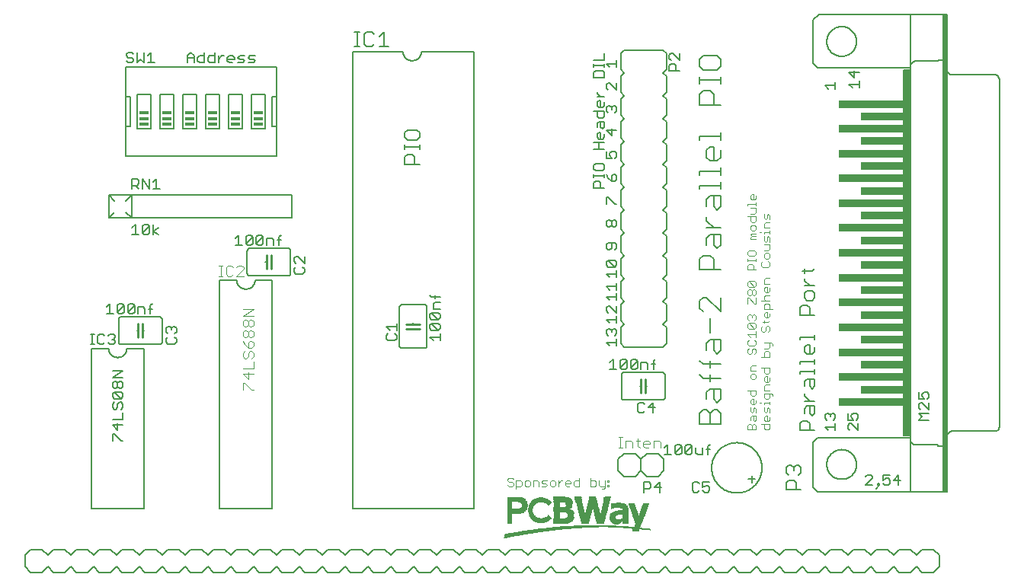
<source format=gto>
G75*
%MOIN*%
%OFA0B0*%
%FSLAX25Y25*%
%IPPOS*%
%LPD*%
%AMOC8*
5,1,8,0,0,1.08239X$1,22.5*
%
%ADD10C,0.00800*%
%ADD11C,0.00300*%
%ADD12R,0.00300X0.00100*%
%ADD13R,0.00800X0.00100*%
%ADD14R,0.01300X0.00100*%
%ADD15R,0.01700X0.00100*%
%ADD16R,0.02300X0.00100*%
%ADD17R,0.02800X0.00100*%
%ADD18R,0.03300X0.00100*%
%ADD19R,0.03800X0.00100*%
%ADD20R,0.04300X0.00100*%
%ADD21R,0.04900X0.00100*%
%ADD22R,0.05400X0.00100*%
%ADD23R,0.06000X0.00100*%
%ADD24R,0.06400X0.00100*%
%ADD25R,0.07000X0.00100*%
%ADD26R,0.07600X0.00100*%
%ADD27R,0.08200X0.00100*%
%ADD28R,0.08700X0.00100*%
%ADD29R,0.08900X0.00100*%
%ADD30R,0.09100X0.00100*%
%ADD31R,0.09200X0.00100*%
%ADD32R,0.09300X0.00100*%
%ADD33R,0.09400X0.00100*%
%ADD34R,0.09500X0.00100*%
%ADD35R,0.09600X0.00100*%
%ADD36R,0.09700X0.00100*%
%ADD37R,0.09800X0.00100*%
%ADD38R,0.10000X0.00100*%
%ADD39R,0.10100X0.00100*%
%ADD40R,0.10300X0.00100*%
%ADD41R,0.03000X0.00100*%
%ADD42R,0.10400X0.00100*%
%ADD43R,0.02900X0.00100*%
%ADD44R,0.10500X0.00100*%
%ADD45R,0.10700X0.00100*%
%ADD46R,0.00100X0.00100*%
%ADD47R,0.10800X0.00100*%
%ADD48R,0.01600X0.00100*%
%ADD49R,0.11000X0.00100*%
%ADD50R,0.11200X0.00100*%
%ADD51R,0.04200X0.00100*%
%ADD52R,0.11400X0.00100*%
%ADD53R,0.07200X0.00100*%
%ADD54R,0.11600X0.00100*%
%ADD55R,0.06300X0.00100*%
%ADD56R,0.11900X0.00100*%
%ADD57R,0.12200X0.00100*%
%ADD58R,0.12600X0.00100*%
%ADD59R,0.05700X0.00100*%
%ADD60R,0.13100X0.00100*%
%ADD61R,0.06200X0.00100*%
%ADD62R,0.13700X0.00100*%
%ADD63R,0.07500X0.00100*%
%ADD64R,0.14600X0.00100*%
%ADD65R,0.09000X0.00100*%
%ADD66R,0.15700X0.00100*%
%ADD67R,0.07700X0.00100*%
%ADD68R,0.18100X0.00100*%
%ADD69R,0.29700X0.00100*%
%ADD70R,0.27300X0.00100*%
%ADD71R,0.24700X0.00100*%
%ADD72R,0.21800X0.00100*%
%ADD73R,0.18400X0.00100*%
%ADD74R,0.02400X0.00100*%
%ADD75R,0.03200X0.00100*%
%ADD76R,0.02700X0.00100*%
%ADD77R,0.06500X0.00100*%
%ADD78R,0.06900X0.00100*%
%ADD79R,0.03400X0.00100*%
%ADD80R,0.03500X0.00100*%
%ADD81R,0.07100X0.00100*%
%ADD82R,0.07400X0.00100*%
%ADD83R,0.04000X0.00100*%
%ADD84R,0.03100X0.00100*%
%ADD85R,0.04500X0.00100*%
%ADD86R,0.03600X0.00100*%
%ADD87R,0.05100X0.00100*%
%ADD88R,0.07900X0.00100*%
%ADD89R,0.04700X0.00100*%
%ADD90R,0.05500X0.00100*%
%ADD91R,0.08000X0.00100*%
%ADD92R,0.05900X0.00100*%
%ADD93R,0.08100X0.00100*%
%ADD94R,0.03700X0.00100*%
%ADD95R,0.07800X0.00100*%
%ADD96R,0.06100X0.00100*%
%ADD97R,0.08300X0.00100*%
%ADD98R,0.08400X0.00100*%
%ADD99R,0.06800X0.00100*%
%ADD100R,0.08500X0.00100*%
%ADD101R,0.08600X0.00100*%
%ADD102R,0.03900X0.00100*%
%ADD103R,0.07300X0.00100*%
%ADD104R,0.08800X0.00100*%
%ADD105R,0.04100X0.00100*%
%ADD106R,0.04400X0.00100*%
%ADD107R,0.02600X0.00100*%
%ADD108R,0.04600X0.00100*%
%ADD109R,0.02100X0.00100*%
%ADD110R,0.01800X0.00100*%
%ADD111R,0.04800X0.00100*%
%ADD112R,0.02500X0.00100*%
%ADD113R,0.01100X0.00100*%
%ADD114R,0.00900X0.00100*%
%ADD115R,0.05000X0.00100*%
%ADD116R,0.05300X0.00100*%
%ADD117R,0.00600X0.00100*%
%ADD118R,0.05200X0.00100*%
%ADD119R,0.02200X0.00100*%
%ADD120R,0.02000X0.00100*%
%ADD121R,0.06600X0.00100*%
%ADD122R,0.05800X0.00100*%
%ADD123R,0.00200X0.00100*%
%ADD124R,0.00500X0.00100*%
%ADD125R,0.01400X0.00100*%
%ADD126R,0.00400X0.00100*%
%ADD127R,0.06700X0.00100*%
%ADD128R,0.01000X0.00100*%
%ADD129R,0.01200X0.00100*%
%ADD130R,0.01500X0.00100*%
%ADD131R,0.05600X0.00100*%
%ADD132C,0.00600*%
%ADD133C,0.01000*%
%ADD134C,0.00500*%
%ADD135C,0.00400*%
%ADD136R,0.04000X0.01500*%
%ADD137R,0.02000X2.09000*%
%ADD138R,0.03000X1.60000*%
%ADD139R,0.28500X0.03200*%
%ADD140R,0.18500X0.03200*%
%ADD141C,0.00700*%
D10*
X0299285Y0072482D02*
X0299285Y0077086D01*
X0300820Y0078620D01*
X0302354Y0078620D01*
X0303889Y0077086D01*
X0303889Y0072482D01*
X0308493Y0072482D02*
X0299285Y0072482D01*
X0303889Y0077086D02*
X0305424Y0078620D01*
X0306958Y0078620D01*
X0308493Y0077086D01*
X0308493Y0072482D01*
X0306958Y0081690D02*
X0305424Y0083224D01*
X0305424Y0087828D01*
X0303889Y0087828D02*
X0308493Y0087828D01*
X0308493Y0083224D01*
X0306958Y0081690D01*
X0302354Y0083224D02*
X0302354Y0086294D01*
X0303889Y0087828D01*
X0303889Y0090898D02*
X0303889Y0093967D01*
X0303889Y0097036D02*
X0303889Y0100105D01*
X0300820Y0098571D02*
X0299285Y0100105D01*
X0300820Y0098571D02*
X0308493Y0098571D01*
X0306958Y0103175D02*
X0305424Y0104709D01*
X0305424Y0109313D01*
X0303889Y0109313D02*
X0308493Y0109313D01*
X0308493Y0104709D01*
X0306958Y0103175D01*
X0302354Y0104709D02*
X0302354Y0107779D01*
X0303889Y0109313D01*
X0303889Y0112383D02*
X0303889Y0118521D01*
X0300820Y0121590D02*
X0299285Y0123125D01*
X0299285Y0126194D01*
X0300820Y0127729D01*
X0302354Y0127729D01*
X0308493Y0121590D01*
X0308493Y0127729D01*
X0308493Y0140006D02*
X0299285Y0140006D01*
X0299285Y0144610D01*
X0300820Y0146145D01*
X0303889Y0146145D01*
X0305424Y0144610D01*
X0305424Y0140006D01*
X0306958Y0149214D02*
X0305424Y0150749D01*
X0305424Y0155353D01*
X0303889Y0155353D02*
X0308493Y0155353D01*
X0308493Y0150749D01*
X0306958Y0149214D01*
X0302354Y0150749D02*
X0302354Y0153818D01*
X0303889Y0155353D01*
X0305424Y0158422D02*
X0302354Y0161491D01*
X0302354Y0163026D01*
X0306958Y0166095D02*
X0305424Y0167630D01*
X0305424Y0172234D01*
X0303889Y0172234D02*
X0308493Y0172234D01*
X0308493Y0167630D01*
X0306958Y0166095D01*
X0302354Y0167630D02*
X0302354Y0170699D01*
X0303889Y0172234D01*
X0308493Y0175303D02*
X0308493Y0178372D01*
X0308493Y0176838D02*
X0299285Y0176838D01*
X0299285Y0175303D01*
X0299285Y0181442D02*
X0299285Y0182976D01*
X0308493Y0182976D01*
X0308493Y0181442D02*
X0308493Y0184511D01*
X0306958Y0187580D02*
X0303889Y0187580D01*
X0302354Y0189115D01*
X0302354Y0192184D01*
X0303889Y0193719D01*
X0305424Y0193719D01*
X0305424Y0187580D01*
X0306958Y0187580D02*
X0308493Y0189115D01*
X0308493Y0192184D01*
X0308493Y0196788D02*
X0308493Y0199857D01*
X0308493Y0198323D02*
X0299285Y0198323D01*
X0299285Y0196788D01*
X0299285Y0212134D02*
X0299285Y0216738D01*
X0300820Y0218273D01*
X0303889Y0218273D01*
X0305424Y0216738D01*
X0305424Y0212134D01*
X0308493Y0212134D02*
X0299285Y0212134D01*
X0299285Y0221342D02*
X0299285Y0224412D01*
X0299285Y0222877D02*
X0308493Y0222877D01*
X0308493Y0221342D02*
X0308493Y0224412D01*
X0306958Y0227481D02*
X0308493Y0229016D01*
X0308493Y0232085D01*
X0306958Y0233619D01*
X0300820Y0233619D01*
X0299285Y0232085D01*
X0299285Y0229016D01*
X0300820Y0227481D01*
X0306958Y0227481D01*
X0308493Y0158422D02*
X0302354Y0158422D01*
X0299285Y0093967D02*
X0300820Y0092432D01*
X0308493Y0092432D01*
D11*
X0320300Y0087071D02*
X0324003Y0087071D01*
X0324003Y0085219D01*
X0323386Y0084602D01*
X0322151Y0084602D01*
X0321534Y0085219D01*
X0321534Y0087071D01*
X0322151Y0083388D02*
X0322768Y0083388D01*
X0322768Y0080919D01*
X0322151Y0080919D02*
X0321534Y0081536D01*
X0321534Y0082771D01*
X0322151Y0083388D01*
X0324003Y0082771D02*
X0324003Y0081536D01*
X0323386Y0080919D01*
X0322151Y0080919D01*
X0321534Y0079705D02*
X0321534Y0077853D01*
X0322151Y0077236D01*
X0322768Y0077853D01*
X0322768Y0079088D01*
X0323386Y0079705D01*
X0324003Y0079088D01*
X0324003Y0077236D01*
X0324003Y0076022D02*
X0324003Y0074170D01*
X0323386Y0073553D01*
X0322768Y0074170D01*
X0322768Y0076022D01*
X0322151Y0076022D02*
X0324003Y0076022D01*
X0322151Y0076022D02*
X0321534Y0075404D01*
X0321534Y0074170D01*
X0321534Y0072338D02*
X0322151Y0071721D01*
X0322151Y0069870D01*
X0322151Y0071721D02*
X0322768Y0072338D01*
X0323386Y0072338D01*
X0324003Y0071721D01*
X0324003Y0069870D01*
X0320300Y0069870D01*
X0320300Y0071721D01*
X0320917Y0072338D01*
X0321534Y0072338D01*
X0326300Y0072338D02*
X0330003Y0072338D01*
X0330003Y0070487D01*
X0329386Y0069870D01*
X0328151Y0069870D01*
X0327534Y0070487D01*
X0327534Y0072338D01*
X0328151Y0073553D02*
X0327534Y0074170D01*
X0327534Y0075404D01*
X0328151Y0076022D01*
X0328768Y0076022D01*
X0328768Y0073553D01*
X0328151Y0073553D02*
X0329386Y0073553D01*
X0330003Y0074170D01*
X0330003Y0075404D01*
X0330003Y0077236D02*
X0330003Y0079088D01*
X0329386Y0079705D01*
X0328768Y0079088D01*
X0328768Y0077853D01*
X0328151Y0077236D01*
X0327534Y0077853D01*
X0327534Y0079705D01*
X0327534Y0080919D02*
X0327534Y0081536D01*
X0330003Y0081536D01*
X0330003Y0080919D02*
X0330003Y0082154D01*
X0329386Y0083375D02*
X0330003Y0083992D01*
X0330003Y0085843D01*
X0330620Y0085843D02*
X0327534Y0085843D01*
X0327534Y0083992D01*
X0328151Y0083375D01*
X0329386Y0083375D01*
X0331237Y0084609D02*
X0331237Y0085226D01*
X0330620Y0085843D01*
X0330003Y0087058D02*
X0327534Y0087058D01*
X0327534Y0088909D01*
X0328151Y0089526D01*
X0330003Y0089526D01*
X0329386Y0090741D02*
X0328151Y0090741D01*
X0327534Y0091358D01*
X0327534Y0092592D01*
X0328151Y0093210D01*
X0328768Y0093210D01*
X0328768Y0090741D01*
X0329386Y0090741D02*
X0330003Y0091358D01*
X0330003Y0092592D01*
X0329386Y0094424D02*
X0328151Y0094424D01*
X0327534Y0095041D01*
X0327534Y0096893D01*
X0326300Y0096893D02*
X0330003Y0096893D01*
X0330003Y0095041D01*
X0329386Y0094424D01*
X0324003Y0093820D02*
X0324003Y0092586D01*
X0323386Y0091969D01*
X0322151Y0091969D01*
X0321534Y0092586D01*
X0321534Y0093820D01*
X0322151Y0094437D01*
X0323386Y0094437D01*
X0324003Y0093820D01*
X0324003Y0095652D02*
X0321534Y0095652D01*
X0321534Y0097503D01*
X0322151Y0098120D01*
X0324003Y0098120D01*
X0326300Y0101790D02*
X0330003Y0101790D01*
X0330003Y0103642D01*
X0329386Y0104259D01*
X0328151Y0104259D01*
X0327534Y0103642D01*
X0327534Y0101790D01*
X0327534Y0105473D02*
X0329386Y0105473D01*
X0330003Y0106091D01*
X0330003Y0107942D01*
X0330620Y0107942D02*
X0331237Y0107325D01*
X0331237Y0106708D01*
X0330620Y0107942D02*
X0327534Y0107942D01*
X0324003Y0108553D02*
X0323386Y0109170D01*
X0324003Y0108553D02*
X0324003Y0107318D01*
X0323386Y0106701D01*
X0320917Y0106701D01*
X0320300Y0107318D01*
X0320300Y0108553D01*
X0320917Y0109170D01*
X0321534Y0110384D02*
X0320300Y0111619D01*
X0324003Y0111619D01*
X0324003Y0112853D02*
X0324003Y0110384D01*
X0323386Y0114067D02*
X0320917Y0116536D01*
X0323386Y0116536D01*
X0324003Y0115919D01*
X0324003Y0114685D01*
X0323386Y0114067D01*
X0320917Y0114067D01*
X0320300Y0114685D01*
X0320300Y0115919D01*
X0320917Y0116536D01*
X0320917Y0117751D02*
X0320300Y0118368D01*
X0320300Y0119602D01*
X0320917Y0120219D01*
X0321534Y0120219D01*
X0322151Y0119602D01*
X0322768Y0120219D01*
X0323386Y0120219D01*
X0324003Y0119602D01*
X0324003Y0118368D01*
X0323386Y0117751D01*
X0322151Y0118985D02*
X0322151Y0119602D01*
X0326917Y0117140D02*
X0329386Y0117140D01*
X0330003Y0117757D01*
X0329386Y0118978D02*
X0328151Y0118978D01*
X0327534Y0119595D01*
X0327534Y0120830D01*
X0328151Y0121447D01*
X0328768Y0121447D01*
X0328768Y0118978D01*
X0329386Y0118978D02*
X0330003Y0119595D01*
X0330003Y0120830D01*
X0330003Y0122661D02*
X0330003Y0124513D01*
X0329386Y0125130D01*
X0328151Y0125130D01*
X0327534Y0124513D01*
X0327534Y0122661D01*
X0331237Y0122661D01*
X0330003Y0126345D02*
X0326300Y0126345D01*
X0327534Y0126962D02*
X0327534Y0128196D01*
X0328151Y0128813D01*
X0330003Y0128813D01*
X0329386Y0130028D02*
X0328151Y0130028D01*
X0327534Y0130645D01*
X0327534Y0131879D01*
X0328151Y0132496D01*
X0328768Y0132496D01*
X0328768Y0130028D01*
X0329386Y0130028D02*
X0330003Y0130645D01*
X0330003Y0131879D01*
X0330003Y0133711D02*
X0327534Y0133711D01*
X0327534Y0135562D01*
X0328151Y0136180D01*
X0330003Y0136180D01*
X0324003Y0134335D02*
X0324003Y0133100D01*
X0323386Y0132483D01*
X0320917Y0134952D01*
X0323386Y0134952D01*
X0324003Y0134335D01*
X0323386Y0132483D02*
X0320917Y0132483D01*
X0320300Y0133100D01*
X0320300Y0134335D01*
X0320917Y0134952D01*
X0320917Y0131269D02*
X0321534Y0131269D01*
X0322151Y0130652D01*
X0322151Y0129417D01*
X0321534Y0128800D01*
X0320917Y0128800D01*
X0320300Y0129417D01*
X0320300Y0130652D01*
X0320917Y0131269D01*
X0322151Y0130652D02*
X0322768Y0131269D01*
X0323386Y0131269D01*
X0324003Y0130652D01*
X0324003Y0129417D01*
X0323386Y0128800D01*
X0322768Y0128800D01*
X0322151Y0129417D01*
X0320917Y0127586D02*
X0323386Y0125117D01*
X0324003Y0125117D01*
X0324003Y0127586D01*
X0320917Y0127586D02*
X0320300Y0127586D01*
X0320300Y0125117D01*
X0327534Y0126962D02*
X0328151Y0126345D01*
X0327534Y0117757D02*
X0327534Y0116523D01*
X0326917Y0115308D02*
X0326300Y0114691D01*
X0326300Y0113457D01*
X0326917Y0112840D01*
X0327534Y0112840D01*
X0328151Y0113457D01*
X0328151Y0114691D01*
X0328768Y0115308D01*
X0329386Y0115308D01*
X0330003Y0114691D01*
X0330003Y0113457D01*
X0329386Y0112840D01*
X0323386Y0105487D02*
X0324003Y0104870D01*
X0324003Y0103635D01*
X0323386Y0103018D01*
X0322151Y0103635D02*
X0322151Y0104870D01*
X0322768Y0105487D01*
X0323386Y0105487D01*
X0322151Y0103635D02*
X0321534Y0103018D01*
X0320917Y0103018D01*
X0320300Y0103635D01*
X0320300Y0104870D01*
X0320917Y0105487D01*
X0325682Y0081536D02*
X0326300Y0081536D01*
X0259571Y0047566D02*
X0259571Y0046949D01*
X0258954Y0046949D01*
X0258954Y0047566D01*
X0259571Y0047566D01*
X0257739Y0047566D02*
X0257739Y0044480D01*
X0257122Y0043863D01*
X0256505Y0043863D01*
X0255888Y0045097D02*
X0257739Y0045097D01*
X0258954Y0045097D02*
X0258954Y0045714D01*
X0259571Y0045714D01*
X0259571Y0045097D01*
X0258954Y0045097D01*
X0255888Y0045097D02*
X0255270Y0045714D01*
X0255270Y0047566D01*
X0254056Y0046949D02*
X0254056Y0045714D01*
X0253439Y0045097D01*
X0251587Y0045097D01*
X0251587Y0048800D01*
X0251587Y0047566D02*
X0253439Y0047566D01*
X0254056Y0046949D01*
X0246690Y0047566D02*
X0244838Y0047566D01*
X0244221Y0046949D01*
X0244221Y0045714D01*
X0244838Y0045097D01*
X0246690Y0045097D01*
X0246690Y0048800D01*
X0243007Y0046949D02*
X0243007Y0046332D01*
X0240538Y0046332D01*
X0240538Y0046949D02*
X0240538Y0045714D01*
X0241155Y0045097D01*
X0242389Y0045097D01*
X0243007Y0046949D02*
X0242389Y0047566D01*
X0241155Y0047566D01*
X0240538Y0046949D01*
X0239320Y0047566D02*
X0238703Y0047566D01*
X0237469Y0046332D01*
X0237469Y0047566D02*
X0237469Y0045097D01*
X0236254Y0045714D02*
X0236254Y0046949D01*
X0235637Y0047566D01*
X0234403Y0047566D01*
X0233785Y0046949D01*
X0233785Y0045714D01*
X0234403Y0045097D01*
X0235637Y0045097D01*
X0236254Y0045714D01*
X0232571Y0045714D02*
X0231954Y0046332D01*
X0230719Y0046332D01*
X0230102Y0046949D01*
X0230719Y0047566D01*
X0232571Y0047566D01*
X0232571Y0045714D02*
X0231954Y0045097D01*
X0230102Y0045097D01*
X0228888Y0045097D02*
X0228888Y0046949D01*
X0228271Y0047566D01*
X0226419Y0047566D01*
X0226419Y0045097D01*
X0225205Y0045714D02*
X0225205Y0046949D01*
X0224588Y0047566D01*
X0223353Y0047566D01*
X0222736Y0046949D01*
X0222736Y0045714D01*
X0223353Y0045097D01*
X0224588Y0045097D01*
X0225205Y0045714D01*
X0221522Y0045714D02*
X0221522Y0046949D01*
X0220904Y0047566D01*
X0219053Y0047566D01*
X0219053Y0043863D01*
X0219053Y0045097D02*
X0220904Y0045097D01*
X0221522Y0045714D01*
X0217838Y0045714D02*
X0217221Y0045097D01*
X0215987Y0045097D01*
X0215370Y0045714D01*
X0215987Y0046949D02*
X0215370Y0047566D01*
X0215370Y0048183D01*
X0215987Y0048800D01*
X0217221Y0048800D01*
X0217838Y0048183D01*
X0217221Y0046949D02*
X0217838Y0046332D01*
X0217838Y0045714D01*
X0217221Y0046949D02*
X0215987Y0046949D01*
X0320300Y0139849D02*
X0320300Y0141701D01*
X0320917Y0142318D01*
X0322151Y0142318D01*
X0322768Y0141701D01*
X0322768Y0139849D01*
X0324003Y0139849D02*
X0320300Y0139849D01*
X0326300Y0141694D02*
X0326917Y0141077D01*
X0329386Y0141077D01*
X0330003Y0141694D01*
X0330003Y0142929D01*
X0329386Y0143546D01*
X0329386Y0144760D02*
X0330003Y0145377D01*
X0330003Y0146612D01*
X0329386Y0147229D01*
X0328151Y0147229D01*
X0327534Y0146612D01*
X0327534Y0145377D01*
X0328151Y0144760D01*
X0329386Y0144760D01*
X0326917Y0143546D02*
X0326300Y0142929D01*
X0326300Y0141694D01*
X0324003Y0143533D02*
X0324003Y0144767D01*
X0324003Y0144150D02*
X0320300Y0144150D01*
X0320300Y0143533D02*
X0320300Y0144767D01*
X0320917Y0145988D02*
X0323386Y0145988D01*
X0324003Y0146605D01*
X0324003Y0147840D01*
X0323386Y0148457D01*
X0320917Y0148457D01*
X0320300Y0147840D01*
X0320300Y0146605D01*
X0320917Y0145988D01*
X0327534Y0148443D02*
X0329386Y0148443D01*
X0330003Y0149061D01*
X0330003Y0150912D01*
X0327534Y0150912D01*
X0328151Y0152127D02*
X0327534Y0152744D01*
X0327534Y0154595D01*
X0327534Y0155810D02*
X0327534Y0156427D01*
X0330003Y0156427D01*
X0330003Y0155810D02*
X0330003Y0157044D01*
X0330003Y0158265D02*
X0327534Y0158265D01*
X0327534Y0160117D01*
X0328151Y0160734D01*
X0330003Y0160734D01*
X0330003Y0161948D02*
X0330003Y0163800D01*
X0329386Y0164417D01*
X0328768Y0163800D01*
X0328768Y0162565D01*
X0328151Y0161948D01*
X0327534Y0162565D01*
X0327534Y0164417D01*
X0324003Y0165021D02*
X0324003Y0166873D01*
X0321534Y0166873D01*
X0320300Y0168087D02*
X0320300Y0168704D01*
X0324003Y0168704D01*
X0324003Y0168087D02*
X0324003Y0169321D01*
X0323386Y0170542D02*
X0324003Y0171159D01*
X0324003Y0172394D01*
X0322768Y0173011D02*
X0322768Y0170542D01*
X0322151Y0170542D02*
X0321534Y0171159D01*
X0321534Y0172394D01*
X0322151Y0173011D01*
X0322768Y0173011D01*
X0322151Y0170542D02*
X0323386Y0170542D01*
X0324003Y0165021D02*
X0323386Y0164404D01*
X0321534Y0164404D01*
X0321534Y0163189D02*
X0321534Y0161338D01*
X0322151Y0160721D01*
X0323386Y0160721D01*
X0324003Y0161338D01*
X0324003Y0163189D01*
X0320300Y0163189D01*
X0322151Y0159506D02*
X0321534Y0158889D01*
X0321534Y0157655D01*
X0322151Y0157037D01*
X0323386Y0157037D01*
X0324003Y0157655D01*
X0324003Y0158889D01*
X0323386Y0159506D01*
X0322151Y0159506D01*
X0325682Y0156427D02*
X0326300Y0156427D01*
X0324003Y0155823D02*
X0322151Y0155823D01*
X0321534Y0155206D01*
X0322151Y0154589D01*
X0324003Y0154589D01*
X0324003Y0153354D02*
X0321534Y0153354D01*
X0321534Y0153971D01*
X0322151Y0154589D01*
X0328151Y0152127D02*
X0328768Y0152744D01*
X0328768Y0153978D01*
X0329386Y0154595D01*
X0330003Y0153978D01*
X0330003Y0152127D01*
D12*
X0233300Y0032200D03*
X0214000Y0022300D03*
D13*
X0214250Y0022400D03*
X0233250Y0032000D03*
X0233250Y0036900D03*
X0261050Y0035300D03*
D14*
X0233200Y0031700D03*
X0214500Y0022500D03*
D15*
X0214800Y0022600D03*
X0233200Y0037300D03*
X0262800Y0028500D03*
D16*
X0233200Y0037500D03*
X0233100Y0031300D03*
X0230000Y0029000D03*
X0226000Y0032100D03*
X0225900Y0032200D03*
X0225900Y0032300D03*
X0225800Y0032400D03*
X0225700Y0036200D03*
X0225800Y0036400D03*
X0225900Y0036600D03*
X0216400Y0036600D03*
X0216400Y0036700D03*
X0216400Y0036800D03*
X0216400Y0036900D03*
X0216400Y0037000D03*
X0216400Y0037100D03*
X0216400Y0037200D03*
X0216400Y0037300D03*
X0216400Y0037400D03*
X0216400Y0037500D03*
X0216400Y0037600D03*
X0216400Y0037700D03*
X0216400Y0037800D03*
X0216400Y0037900D03*
X0216400Y0038000D03*
X0216400Y0038100D03*
X0216400Y0036500D03*
X0216400Y0036400D03*
X0216400Y0036300D03*
X0216400Y0036200D03*
X0216400Y0036100D03*
X0216400Y0036000D03*
X0216400Y0035900D03*
X0216400Y0035800D03*
X0216400Y0035700D03*
X0216400Y0035600D03*
X0216400Y0035500D03*
X0216400Y0035400D03*
X0216400Y0035300D03*
X0216400Y0035200D03*
X0216400Y0035100D03*
X0216400Y0035000D03*
X0216400Y0032900D03*
X0216400Y0032800D03*
X0216400Y0032700D03*
X0216400Y0032600D03*
X0216400Y0032500D03*
X0216400Y0032400D03*
X0216400Y0032300D03*
X0216400Y0032200D03*
X0216400Y0032100D03*
X0216400Y0032000D03*
X0216400Y0031900D03*
X0216400Y0031800D03*
X0216400Y0031700D03*
X0216400Y0031600D03*
X0216400Y0031500D03*
X0216400Y0031400D03*
X0216400Y0031300D03*
X0216400Y0031200D03*
X0216400Y0031100D03*
X0216400Y0031000D03*
X0216400Y0030900D03*
X0216400Y0030800D03*
X0216400Y0030700D03*
X0216400Y0030600D03*
X0216400Y0030500D03*
X0216400Y0030400D03*
X0216400Y0030300D03*
X0216400Y0030200D03*
X0216400Y0030100D03*
X0216400Y0030000D03*
X0216400Y0029900D03*
X0216400Y0029800D03*
X0216400Y0029700D03*
X0216400Y0029600D03*
X0216400Y0029500D03*
X0216400Y0029400D03*
X0216400Y0029300D03*
X0216400Y0029200D03*
X0216400Y0029100D03*
X0216400Y0029000D03*
X0216400Y0028900D03*
X0216400Y0028800D03*
X0216400Y0028700D03*
X0215100Y0022700D03*
D17*
X0215350Y0022800D03*
X0226550Y0031400D03*
X0222450Y0035300D03*
X0226550Y0037400D03*
X0226650Y0037500D03*
X0242150Y0036200D03*
X0242250Y0036400D03*
X0243050Y0032600D03*
X0243050Y0032500D03*
X0243050Y0032400D03*
X0243050Y0032300D03*
X0243050Y0032200D03*
X0243050Y0032100D03*
X0243050Y0032000D03*
X0243050Y0031900D03*
X0247750Y0033200D03*
X0247650Y0033600D03*
X0247550Y0034000D03*
X0247550Y0034100D03*
X0247450Y0034400D03*
X0247450Y0034500D03*
X0247450Y0034600D03*
X0247350Y0034800D03*
X0247350Y0034900D03*
X0247350Y0035000D03*
X0247350Y0035100D03*
X0247250Y0035200D03*
X0247250Y0035300D03*
X0247250Y0035400D03*
X0247250Y0035500D03*
X0247150Y0035700D03*
X0247150Y0035800D03*
X0247150Y0035900D03*
X0247050Y0036200D03*
X0247050Y0036300D03*
X0246950Y0036700D03*
X0246850Y0037100D03*
X0257850Y0035000D03*
X0257850Y0034900D03*
X0257850Y0034800D03*
X0257750Y0034500D03*
X0257750Y0034400D03*
X0257650Y0034000D03*
X0257550Y0033600D03*
X0257950Y0035200D03*
X0257950Y0035300D03*
X0257950Y0035400D03*
X0258050Y0035600D03*
X0258050Y0035700D03*
X0258050Y0035800D03*
X0258050Y0035900D03*
X0258150Y0036000D03*
X0258150Y0036100D03*
X0258150Y0036200D03*
X0258150Y0036300D03*
X0258250Y0036400D03*
X0258250Y0036500D03*
X0258250Y0036600D03*
X0258250Y0036700D03*
X0258350Y0036900D03*
X0258350Y0037000D03*
X0258450Y0037400D03*
X0258550Y0037800D03*
X0261450Y0032000D03*
X0261450Y0031900D03*
X0261350Y0031700D03*
X0261350Y0031600D03*
X0261350Y0031500D03*
X0261350Y0031400D03*
X0261350Y0031300D03*
X0261350Y0031200D03*
X0261350Y0031100D03*
X0261350Y0031000D03*
X0261350Y0030900D03*
X0266750Y0030800D03*
X0270950Y0033300D03*
X0270850Y0033600D03*
X0270750Y0033900D03*
X0270650Y0034100D03*
X0270650Y0034200D03*
X0270550Y0034400D03*
X0270550Y0034500D03*
X0270450Y0034600D03*
X0270450Y0034700D03*
X0270450Y0034800D03*
X0270350Y0034900D03*
X0270350Y0035000D03*
X0270350Y0035100D03*
X0270250Y0035200D03*
X0270250Y0035300D03*
X0270150Y0035500D03*
X0270150Y0035600D03*
X0270050Y0035800D03*
X0270050Y0035900D03*
X0269950Y0036100D03*
X0269850Y0036300D03*
X0269850Y0036400D03*
X0269750Y0036600D03*
X0269750Y0036700D03*
X0269650Y0036900D03*
X0269550Y0037200D03*
X0266750Y0035100D03*
X0266750Y0035000D03*
X0266750Y0034900D03*
X0272650Y0028700D03*
X0275350Y0035800D03*
X0275450Y0036000D03*
X0275450Y0036100D03*
X0275550Y0036300D03*
X0275550Y0036400D03*
X0275650Y0036600D03*
X0275650Y0036700D03*
X0275750Y0036900D03*
X0275750Y0037000D03*
X0275850Y0037100D03*
X0275850Y0037200D03*
X0275850Y0037300D03*
D18*
X0266400Y0035500D03*
X0261800Y0032400D03*
X0261700Y0030400D03*
X0266500Y0030500D03*
X0272700Y0029500D03*
X0272700Y0029400D03*
X0272700Y0029300D03*
X0256000Y0028800D03*
X0249200Y0028800D03*
X0242800Y0031100D03*
X0242700Y0033400D03*
X0241600Y0035700D03*
X0242200Y0037800D03*
X0233000Y0037800D03*
X0227000Y0031100D03*
X0230000Y0029100D03*
X0215600Y0022900D03*
D19*
X0215950Y0023000D03*
X0227450Y0030900D03*
X0221850Y0038100D03*
X0242350Y0033600D03*
X0242550Y0030900D03*
X0249150Y0029900D03*
X0249150Y0029800D03*
X0249150Y0029700D03*
X0256050Y0029700D03*
X0256050Y0029800D03*
X0256050Y0029900D03*
X0262850Y0029000D03*
X0252650Y0038300D03*
X0252650Y0038400D03*
X0252650Y0038500D03*
D20*
X0252600Y0037400D03*
X0249200Y0030800D03*
X0262900Y0029200D03*
X0265900Y0035700D03*
X0272700Y0030800D03*
X0272700Y0030700D03*
X0230000Y0039600D03*
X0216200Y0023100D03*
D21*
X0216500Y0023200D03*
X0252600Y0036100D03*
X0252600Y0036200D03*
X0256000Y0031900D03*
X0262900Y0029500D03*
X0272700Y0031500D03*
X0272700Y0031600D03*
D22*
X0272250Y0026500D03*
X0273050Y0026400D03*
X0265450Y0034100D03*
X0216750Y0023300D03*
D23*
X0217050Y0023400D03*
X0238350Y0028700D03*
X0230050Y0039200D03*
D24*
X0230050Y0039100D03*
X0217350Y0023500D03*
X0264950Y0033800D03*
D25*
X0264650Y0033500D03*
X0264150Y0036400D03*
X0230050Y0038900D03*
X0218750Y0039700D03*
X0218750Y0033400D03*
X0217650Y0023600D03*
D26*
X0217950Y0023700D03*
X0219050Y0033800D03*
X0219050Y0039300D03*
X0230050Y0030200D03*
X0239150Y0035400D03*
X0239150Y0039500D03*
X0264350Y0033000D03*
D27*
X0239450Y0038800D03*
X0239450Y0038900D03*
X0230050Y0038400D03*
X0219350Y0038600D03*
X0219350Y0038700D03*
X0219350Y0034500D03*
X0218250Y0023800D03*
D28*
X0218500Y0023900D03*
X0239700Y0030200D03*
X0239700Y0034000D03*
D29*
X0239800Y0033700D03*
X0239800Y0030500D03*
X0230100Y0030800D03*
X0219000Y0024000D03*
D30*
X0219600Y0024100D03*
X0220200Y0024200D03*
D31*
X0220750Y0024300D03*
X0253450Y0027800D03*
D32*
X0221300Y0024400D03*
D33*
X0221950Y0024500D03*
X0222550Y0024600D03*
X0223150Y0024700D03*
D34*
X0223800Y0024800D03*
D35*
X0224450Y0024900D03*
D36*
X0225100Y0025000D03*
X0264400Y0027100D03*
D37*
X0225750Y0025100D03*
D38*
X0226450Y0025200D03*
X0227150Y0025300D03*
D39*
X0227800Y0025400D03*
D40*
X0228600Y0025500D03*
D41*
X0226850Y0031200D03*
X0232950Y0031100D03*
X0222350Y0035200D03*
X0226750Y0037600D03*
X0230050Y0039800D03*
X0242350Y0037400D03*
X0242350Y0037300D03*
X0242350Y0037200D03*
X0242350Y0037100D03*
X0246650Y0038000D03*
X0246550Y0038400D03*
X0246550Y0038500D03*
X0246450Y0038700D03*
X0246450Y0038800D03*
X0246450Y0038900D03*
X0246450Y0039000D03*
X0246350Y0039100D03*
X0246350Y0039200D03*
X0246350Y0039300D03*
X0246350Y0039400D03*
X0246250Y0039600D03*
X0246250Y0039700D03*
X0246250Y0039800D03*
X0246150Y0040000D03*
X0246150Y0040100D03*
X0246150Y0040200D03*
X0252650Y0040200D03*
X0252650Y0040100D03*
X0252650Y0040000D03*
X0252650Y0039900D03*
X0258750Y0038700D03*
X0258850Y0039100D03*
X0258950Y0039500D03*
X0258950Y0039600D03*
X0259050Y0039900D03*
X0259050Y0040000D03*
X0266650Y0035300D03*
X0266650Y0030700D03*
X0261450Y0030700D03*
X0271650Y0026100D03*
X0271550Y0025800D03*
X0271450Y0025500D03*
X0272050Y0027100D03*
X0272750Y0029000D03*
X0276650Y0026000D03*
X0242950Y0031400D03*
X0242950Y0031500D03*
X0242950Y0033000D03*
D42*
X0229350Y0025600D03*
D43*
X0236800Y0030800D03*
X0236800Y0030900D03*
X0236800Y0031000D03*
X0236800Y0031100D03*
X0236800Y0031200D03*
X0236800Y0031300D03*
X0236800Y0031400D03*
X0236800Y0031500D03*
X0236800Y0031600D03*
X0236800Y0031700D03*
X0236800Y0031800D03*
X0236800Y0031900D03*
X0236800Y0032000D03*
X0236800Y0032100D03*
X0236800Y0032200D03*
X0236800Y0032300D03*
X0236800Y0032400D03*
X0236800Y0032500D03*
X0236800Y0032600D03*
X0236800Y0032700D03*
X0236800Y0032800D03*
X0236800Y0032900D03*
X0236800Y0033000D03*
X0236800Y0033100D03*
X0236800Y0033200D03*
X0236800Y0033300D03*
X0236800Y0033400D03*
X0236800Y0033500D03*
X0236800Y0033600D03*
X0236800Y0035700D03*
X0236800Y0035800D03*
X0236800Y0035900D03*
X0236800Y0036000D03*
X0236800Y0036100D03*
X0236800Y0036200D03*
X0236800Y0036300D03*
X0236800Y0036400D03*
X0236800Y0036500D03*
X0236800Y0036600D03*
X0236800Y0036700D03*
X0236800Y0036800D03*
X0236800Y0036900D03*
X0236800Y0037000D03*
X0236800Y0037100D03*
X0236800Y0037200D03*
X0236800Y0037300D03*
X0236800Y0037400D03*
X0236800Y0037500D03*
X0236800Y0037600D03*
X0236800Y0037700D03*
X0236800Y0037800D03*
X0236800Y0037900D03*
X0236800Y0038000D03*
X0233100Y0037700D03*
X0226700Y0031300D03*
X0222400Y0037800D03*
X0241900Y0035900D03*
X0242000Y0036000D03*
X0242100Y0036100D03*
X0242200Y0036300D03*
X0242300Y0036500D03*
X0242300Y0036600D03*
X0242300Y0036700D03*
X0242300Y0036800D03*
X0242400Y0036900D03*
X0242400Y0037000D03*
X0246600Y0038100D03*
X0246600Y0038200D03*
X0246600Y0038300D03*
X0246500Y0038600D03*
X0246700Y0037900D03*
X0246700Y0037800D03*
X0246700Y0037700D03*
X0246700Y0037600D03*
X0246800Y0037500D03*
X0246800Y0037400D03*
X0246800Y0037300D03*
X0246800Y0037200D03*
X0246900Y0037000D03*
X0246900Y0036900D03*
X0246900Y0036800D03*
X0247000Y0036600D03*
X0247000Y0036500D03*
X0247000Y0036400D03*
X0247100Y0036100D03*
X0247100Y0036000D03*
X0247200Y0035600D03*
X0243000Y0032900D03*
X0243000Y0032800D03*
X0243000Y0032700D03*
X0243000Y0031800D03*
X0243000Y0031700D03*
X0243000Y0031600D03*
X0258300Y0036800D03*
X0258400Y0037100D03*
X0258400Y0037200D03*
X0258400Y0037300D03*
X0258500Y0037500D03*
X0258500Y0037600D03*
X0258500Y0037700D03*
X0258600Y0037900D03*
X0258600Y0038000D03*
X0258600Y0038100D03*
X0258600Y0038200D03*
X0258700Y0038300D03*
X0258700Y0038400D03*
X0258700Y0038500D03*
X0258700Y0038600D03*
X0258800Y0038800D03*
X0258800Y0038900D03*
X0258800Y0039000D03*
X0258900Y0039200D03*
X0258900Y0039300D03*
X0258900Y0039400D03*
X0259000Y0039700D03*
X0259000Y0039800D03*
X0259100Y0040100D03*
X0259100Y0040200D03*
X0266700Y0035200D03*
X0269900Y0036200D03*
X0270000Y0036000D03*
X0270100Y0035700D03*
X0270200Y0035400D03*
X0269800Y0036500D03*
X0269700Y0036800D03*
X0269600Y0037000D03*
X0269600Y0037100D03*
X0269500Y0037300D03*
X0261600Y0032200D03*
X0261500Y0032100D03*
X0261400Y0030800D03*
X0261500Y0030600D03*
X0262800Y0028700D03*
X0271500Y0025700D03*
X0271500Y0025600D03*
X0271600Y0025900D03*
X0271600Y0026000D03*
X0272000Y0027000D03*
X0272100Y0027200D03*
X0272100Y0027300D03*
X0272200Y0027400D03*
X0272200Y0027500D03*
X0272200Y0027600D03*
X0272300Y0027700D03*
X0272300Y0027800D03*
X0272400Y0027900D03*
X0272400Y0028000D03*
X0272400Y0028100D03*
X0272500Y0028200D03*
X0272500Y0028300D03*
X0272500Y0028400D03*
X0272600Y0028500D03*
X0272600Y0028600D03*
X0272700Y0028800D03*
X0272700Y0028900D03*
D44*
X0230100Y0025700D03*
D45*
X0230900Y0025800D03*
D46*
X0233300Y0032300D03*
X0277800Y0025800D03*
D47*
X0231750Y0025900D03*
D48*
X0233150Y0031600D03*
X0277150Y0025900D03*
D49*
X0232550Y0026000D03*
D50*
X0233450Y0026100D03*
D51*
X0249150Y0030500D03*
X0249150Y0030600D03*
X0249150Y0030700D03*
X0256050Y0030700D03*
X0256050Y0030600D03*
X0256050Y0030500D03*
X0256050Y0030400D03*
X0252650Y0037500D03*
X0252650Y0037600D03*
X0252650Y0037700D03*
X0272750Y0030600D03*
X0276050Y0026100D03*
D52*
X0234350Y0026200D03*
D53*
X0238950Y0034900D03*
X0230050Y0038800D03*
X0218850Y0039600D03*
X0218850Y0033500D03*
X0264250Y0036000D03*
X0264250Y0036100D03*
X0264550Y0033400D03*
X0273850Y0026200D03*
D54*
X0235250Y0026300D03*
D55*
X0263800Y0037000D03*
X0273400Y0026300D03*
D56*
X0236300Y0026400D03*
D57*
X0237350Y0026500D03*
D58*
X0238450Y0026600D03*
D59*
X0271200Y0026600D03*
D60*
X0239600Y0026700D03*
D61*
X0238450Y0040100D03*
X0263750Y0037100D03*
X0270250Y0026700D03*
D62*
X0240900Y0026800D03*
D63*
X0239100Y0029200D03*
X0239100Y0034800D03*
X0239100Y0039600D03*
X0230100Y0038700D03*
X0219000Y0039400D03*
X0219000Y0033700D03*
X0264400Y0033100D03*
X0269600Y0026800D03*
D64*
X0253450Y0027700D03*
X0242350Y0026900D03*
D65*
X0239850Y0030600D03*
X0239850Y0030700D03*
X0268950Y0026900D03*
D66*
X0244000Y0027000D03*
D67*
X0239200Y0029300D03*
X0239200Y0035500D03*
X0219100Y0033900D03*
X0219100Y0039200D03*
X0264300Y0032900D03*
X0266400Y0027000D03*
D68*
X0246300Y0027100D03*
D69*
X0253300Y0027200D03*
D70*
X0253400Y0027300D03*
D71*
X0253400Y0027400D03*
D72*
X0253450Y0027500D03*
D73*
X0253450Y0027600D03*
D74*
X0250550Y0032700D03*
X0250650Y0033100D03*
X0250750Y0033500D03*
X0250850Y0033900D03*
X0250950Y0034300D03*
X0251050Y0034700D03*
X0251150Y0035100D03*
X0251250Y0035500D03*
X0261850Y0035700D03*
X0262750Y0028600D03*
X0226050Y0032000D03*
X0222750Y0035900D03*
X0222750Y0036000D03*
X0222750Y0036100D03*
X0222850Y0036300D03*
X0222850Y0036400D03*
X0222850Y0036500D03*
X0222850Y0036600D03*
X0222850Y0036700D03*
X0222850Y0036800D03*
X0222750Y0037000D03*
X0222750Y0037100D03*
X0225950Y0036700D03*
X0226050Y0036800D03*
D75*
X0227050Y0037800D03*
X0222150Y0038000D03*
X0242250Y0037700D03*
X0242750Y0033300D03*
X0242850Y0033200D03*
X0242850Y0031200D03*
X0249150Y0028700D03*
X0256050Y0028700D03*
X0262850Y0028800D03*
X0252650Y0039500D03*
X0252650Y0039600D03*
X0252650Y0039700D03*
X0252650Y0039800D03*
D76*
X0258000Y0035500D03*
X0257900Y0035100D03*
X0257800Y0034700D03*
X0257800Y0034600D03*
X0257700Y0034300D03*
X0257700Y0034200D03*
X0257700Y0034100D03*
X0257600Y0033900D03*
X0257600Y0033800D03*
X0257600Y0033700D03*
X0257500Y0033500D03*
X0257500Y0033400D03*
X0257500Y0033300D03*
X0257500Y0033200D03*
X0257400Y0033100D03*
X0257400Y0033000D03*
X0257400Y0032900D03*
X0257400Y0032800D03*
X0261400Y0031800D03*
X0266800Y0031800D03*
X0266800Y0031900D03*
X0266800Y0032000D03*
X0266800Y0032100D03*
X0266800Y0032200D03*
X0266800Y0032300D03*
X0266800Y0032400D03*
X0266800Y0032500D03*
X0266800Y0032600D03*
X0266800Y0032700D03*
X0266800Y0031700D03*
X0266800Y0031600D03*
X0266800Y0031500D03*
X0266800Y0031400D03*
X0266800Y0031300D03*
X0266800Y0031200D03*
X0266800Y0031100D03*
X0266800Y0031000D03*
X0266800Y0030900D03*
X0266800Y0029500D03*
X0266800Y0029400D03*
X0266800Y0029300D03*
X0266800Y0029200D03*
X0266800Y0029100D03*
X0266800Y0029000D03*
X0266800Y0028900D03*
X0266800Y0028800D03*
X0266800Y0028700D03*
X0271400Y0032100D03*
X0271300Y0032300D03*
X0271300Y0032400D03*
X0271200Y0032500D03*
X0271200Y0032600D03*
X0271200Y0032700D03*
X0271100Y0032800D03*
X0271100Y0032900D03*
X0271100Y0033000D03*
X0271000Y0033100D03*
X0271000Y0033200D03*
X0270900Y0033400D03*
X0270900Y0033500D03*
X0270800Y0033700D03*
X0270800Y0033800D03*
X0270700Y0034000D03*
X0270600Y0034300D03*
X0269500Y0037400D03*
X0266800Y0034800D03*
X0266800Y0034700D03*
X0266800Y0034600D03*
X0266800Y0034500D03*
X0266800Y0034400D03*
X0274700Y0033900D03*
X0274800Y0034200D03*
X0274900Y0034400D03*
X0274900Y0034500D03*
X0275000Y0034700D03*
X0275000Y0034800D03*
X0275100Y0035000D03*
X0275100Y0035100D03*
X0275200Y0035200D03*
X0275200Y0035300D03*
X0275200Y0035400D03*
X0275300Y0035500D03*
X0275300Y0035600D03*
X0275300Y0035700D03*
X0275400Y0035900D03*
X0275500Y0036200D03*
X0275600Y0036500D03*
X0275700Y0036800D03*
X0275900Y0037400D03*
X0247900Y0032700D03*
X0247800Y0032800D03*
X0247800Y0032900D03*
X0247800Y0033000D03*
X0247800Y0033100D03*
X0247700Y0033300D03*
X0247700Y0033400D03*
X0247700Y0033500D03*
X0247600Y0033700D03*
X0247600Y0033800D03*
X0247600Y0033900D03*
X0247500Y0034200D03*
X0247500Y0034300D03*
X0247400Y0034700D03*
X0226500Y0031500D03*
X0226400Y0031600D03*
X0222600Y0035500D03*
X0222500Y0035400D03*
X0222600Y0037600D03*
X0222500Y0037700D03*
X0226400Y0037300D03*
D77*
X0218500Y0039900D03*
X0218500Y0033200D03*
X0230000Y0029800D03*
X0238600Y0028800D03*
X0263900Y0036900D03*
D78*
X0264100Y0036500D03*
X0238800Y0035000D03*
X0238800Y0039900D03*
X0238800Y0028900D03*
D79*
X0232850Y0031000D03*
X0222050Y0035000D03*
X0227250Y0037900D03*
X0249150Y0029100D03*
X0249150Y0029000D03*
X0249150Y0028900D03*
X0256050Y0028900D03*
X0256050Y0029000D03*
X0256050Y0029100D03*
X0252650Y0039100D03*
X0252650Y0039200D03*
X0252650Y0039300D03*
X0252650Y0039400D03*
D80*
X0242100Y0037900D03*
X0242600Y0033500D03*
X0242700Y0031000D03*
X0249200Y0029200D03*
X0256000Y0029200D03*
X0262800Y0028900D03*
X0262000Y0032500D03*
X0272700Y0029700D03*
X0272700Y0029600D03*
X0227200Y0031000D03*
D81*
X0230000Y0030000D03*
X0238900Y0029000D03*
X0238900Y0035100D03*
X0238900Y0039800D03*
X0264200Y0036300D03*
X0264200Y0036200D03*
D82*
X0264450Y0033200D03*
X0239050Y0035300D03*
X0239050Y0029100D03*
D83*
X0230050Y0029200D03*
X0227550Y0038000D03*
X0249150Y0030300D03*
X0249150Y0030200D03*
X0249150Y0030100D03*
X0256050Y0030100D03*
X0256050Y0030200D03*
X0256050Y0030300D03*
X0262850Y0029100D03*
X0252650Y0037900D03*
X0252650Y0038000D03*
X0252650Y0038100D03*
D84*
X0246300Y0039500D03*
X0246200Y0039900D03*
X0242300Y0037600D03*
X0242300Y0037500D03*
X0241800Y0035800D03*
X0242900Y0033100D03*
X0242900Y0031300D03*
X0226900Y0037700D03*
X0222300Y0037900D03*
X0222200Y0035100D03*
X0261700Y0032300D03*
X0261600Y0030500D03*
X0266600Y0030600D03*
X0266500Y0035400D03*
X0272700Y0029200D03*
X0272700Y0029100D03*
D85*
X0272700Y0030900D03*
X0272700Y0031000D03*
X0272700Y0031100D03*
X0262900Y0029300D03*
X0256000Y0031100D03*
X0249200Y0031200D03*
X0252600Y0037000D03*
X0263800Y0037400D03*
X0230000Y0029300D03*
D86*
X0232850Y0037900D03*
X0249150Y0029500D03*
X0249150Y0029400D03*
X0249150Y0029300D03*
X0256050Y0029300D03*
X0256050Y0029400D03*
X0256050Y0029500D03*
X0266350Y0030400D03*
X0266250Y0035600D03*
X0263850Y0037500D03*
X0252650Y0038700D03*
X0252650Y0038800D03*
X0252650Y0038900D03*
X0252650Y0039000D03*
X0272750Y0029800D03*
D87*
X0272700Y0031700D03*
X0272700Y0031800D03*
X0272700Y0031900D03*
X0256000Y0032300D03*
X0252600Y0035800D03*
X0230000Y0029400D03*
D88*
X0239300Y0029400D03*
X0239300Y0039300D03*
X0219200Y0039000D03*
X0219200Y0034100D03*
X0264200Y0029900D03*
X0264200Y0029800D03*
D89*
X0262900Y0029400D03*
X0262700Y0032700D03*
X0265800Y0034200D03*
X0272700Y0031400D03*
X0272700Y0031300D03*
X0272700Y0031200D03*
X0256000Y0031500D03*
X0252600Y0036500D03*
X0252600Y0036600D03*
X0249200Y0031600D03*
D90*
X0230000Y0029500D03*
D91*
X0239350Y0029500D03*
X0239350Y0034600D03*
X0239350Y0039100D03*
X0239350Y0039200D03*
X0230050Y0038500D03*
X0219250Y0038900D03*
X0219250Y0034200D03*
X0264150Y0030200D03*
X0264150Y0030100D03*
X0264150Y0030000D03*
D92*
X0263700Y0037200D03*
X0230000Y0029600D03*
D93*
X0230000Y0030400D03*
X0239400Y0029600D03*
X0239400Y0034500D03*
X0239400Y0039000D03*
X0219300Y0038800D03*
X0219300Y0034400D03*
X0219300Y0034300D03*
X0264100Y0030300D03*
D94*
X0256000Y0029600D03*
X0249200Y0029600D03*
X0252600Y0038600D03*
X0242000Y0038000D03*
X0230000Y0039700D03*
X0272700Y0030000D03*
X0272700Y0029900D03*
D95*
X0264250Y0029700D03*
X0264250Y0029600D03*
X0264250Y0032800D03*
X0239250Y0034700D03*
X0239250Y0035600D03*
X0239250Y0039400D03*
X0230050Y0038600D03*
X0230050Y0030300D03*
X0219150Y0034000D03*
X0219150Y0039100D03*
D96*
X0218300Y0033100D03*
X0230000Y0029700D03*
X0265100Y0033900D03*
D97*
X0239500Y0034400D03*
X0239500Y0038600D03*
X0239500Y0038700D03*
X0239500Y0029700D03*
X0230000Y0030500D03*
X0219400Y0034600D03*
X0219400Y0034700D03*
X0219400Y0038500D03*
D98*
X0219450Y0038400D03*
X0219450Y0038300D03*
X0219450Y0038200D03*
X0219450Y0034900D03*
X0219450Y0034800D03*
X0230050Y0038300D03*
X0239550Y0038300D03*
X0239550Y0038400D03*
X0239550Y0038500D03*
X0239550Y0034300D03*
X0239550Y0029800D03*
D99*
X0230050Y0029900D03*
X0218650Y0033300D03*
X0218650Y0039800D03*
X0264050Y0036600D03*
X0264750Y0033600D03*
D100*
X0239600Y0034200D03*
X0239600Y0038100D03*
X0239600Y0038200D03*
X0239600Y0029900D03*
X0230000Y0030600D03*
D101*
X0230050Y0030700D03*
X0239650Y0030100D03*
X0239650Y0030000D03*
X0239650Y0034100D03*
X0230050Y0038200D03*
D102*
X0232700Y0030900D03*
X0249200Y0030000D03*
X0256000Y0030000D03*
X0262200Y0032600D03*
X0266200Y0034300D03*
X0272700Y0030300D03*
X0272700Y0030200D03*
X0272700Y0030100D03*
X0252600Y0038200D03*
D103*
X0264300Y0035900D03*
X0264300Y0035800D03*
X0264500Y0033300D03*
X0239000Y0035200D03*
X0239000Y0039700D03*
X0230000Y0030100D03*
X0218900Y0033600D03*
X0218900Y0039500D03*
D104*
X0230050Y0038100D03*
X0239750Y0033900D03*
X0239750Y0033800D03*
X0239750Y0030400D03*
X0239750Y0030300D03*
D105*
X0242300Y0030800D03*
X0249200Y0030400D03*
X0252600Y0037800D03*
X0232500Y0038000D03*
X0272700Y0030500D03*
X0272700Y0030400D03*
D106*
X0256050Y0030800D03*
X0256050Y0030900D03*
X0256050Y0031000D03*
X0249150Y0031000D03*
X0249150Y0031100D03*
X0249150Y0030900D03*
X0252650Y0037100D03*
X0252650Y0037200D03*
X0252650Y0037300D03*
D107*
X0253950Y0035600D03*
X0253950Y0035500D03*
X0253950Y0035400D03*
X0254050Y0035200D03*
X0254050Y0035100D03*
X0254050Y0035000D03*
X0254150Y0034800D03*
X0254150Y0034700D03*
X0254150Y0034600D03*
X0254250Y0034300D03*
X0254250Y0034200D03*
X0254350Y0033900D03*
X0254350Y0033800D03*
X0254450Y0033500D03*
X0254550Y0033100D03*
X0254650Y0032700D03*
X0257350Y0032700D03*
X0271350Y0032200D03*
X0274150Y0032300D03*
X0274250Y0032500D03*
X0274250Y0032600D03*
X0274350Y0032800D03*
X0274350Y0032900D03*
X0274450Y0033100D03*
X0274450Y0033200D03*
X0274550Y0033300D03*
X0274550Y0033400D03*
X0274550Y0033500D03*
X0274650Y0033600D03*
X0274650Y0033700D03*
X0274650Y0033800D03*
X0274750Y0034000D03*
X0274750Y0034100D03*
X0274850Y0034300D03*
X0274950Y0034600D03*
X0275050Y0034900D03*
X0233150Y0037600D03*
X0226350Y0037200D03*
X0226250Y0037100D03*
X0222650Y0037400D03*
X0222650Y0037500D03*
X0222650Y0035600D03*
X0226250Y0031700D03*
X0233050Y0031200D03*
D108*
X0249150Y0031300D03*
X0249150Y0031400D03*
X0249150Y0031500D03*
X0252650Y0036700D03*
X0252650Y0036800D03*
X0252650Y0036900D03*
X0256050Y0031400D03*
X0256050Y0031300D03*
X0256050Y0031200D03*
D109*
X0263900Y0037600D03*
X0233200Y0037400D03*
X0230000Y0039900D03*
X0225600Y0035900D03*
X0225500Y0035700D03*
X0225500Y0035600D03*
X0225500Y0035500D03*
X0225400Y0035300D03*
X0225400Y0035200D03*
X0225400Y0035100D03*
X0225400Y0035000D03*
X0225400Y0034900D03*
X0225400Y0034000D03*
X0225400Y0033900D03*
X0225400Y0033800D03*
X0225400Y0033700D03*
X0225400Y0033600D03*
X0225500Y0033400D03*
X0225500Y0033300D03*
X0225500Y0033200D03*
X0225600Y0033000D03*
X0225600Y0032900D03*
X0233100Y0031400D03*
D110*
X0233150Y0031500D03*
X0261550Y0035600D03*
D111*
X0256050Y0031800D03*
X0256050Y0031700D03*
X0256050Y0031600D03*
X0252650Y0036300D03*
X0252650Y0036400D03*
X0249150Y0031900D03*
X0249150Y0031800D03*
X0249150Y0031700D03*
X0230050Y0039500D03*
D112*
X0226200Y0037000D03*
X0226100Y0036900D03*
X0222800Y0036900D03*
X0222700Y0037200D03*
X0222700Y0037300D03*
X0222800Y0036200D03*
X0222700Y0035800D03*
X0222700Y0035700D03*
X0226100Y0031900D03*
X0226200Y0031800D03*
X0250600Y0032800D03*
X0250600Y0032900D03*
X0250600Y0033000D03*
X0250700Y0033200D03*
X0250700Y0033300D03*
X0250700Y0033400D03*
X0250800Y0033600D03*
X0250800Y0033700D03*
X0250800Y0033800D03*
X0250900Y0034000D03*
X0250900Y0034100D03*
X0250900Y0034200D03*
X0251000Y0034400D03*
X0251000Y0034500D03*
X0251000Y0034600D03*
X0251100Y0034800D03*
X0251100Y0034900D03*
X0251100Y0035000D03*
X0251200Y0035200D03*
X0251200Y0035300D03*
X0251200Y0035400D03*
X0251300Y0035600D03*
X0251300Y0035700D03*
X0253900Y0035700D03*
X0254000Y0035300D03*
X0254100Y0034900D03*
X0254200Y0034500D03*
X0254200Y0034400D03*
X0254300Y0034100D03*
X0254300Y0034000D03*
X0254400Y0033700D03*
X0254400Y0033600D03*
X0254500Y0033400D03*
X0254500Y0033300D03*
X0254500Y0033200D03*
X0254600Y0033000D03*
X0254600Y0032900D03*
X0254600Y0032800D03*
X0274100Y0032200D03*
X0274100Y0032100D03*
X0274200Y0032400D03*
X0274300Y0032700D03*
X0274400Y0033000D03*
D113*
X0261200Y0035400D03*
X0233200Y0031800D03*
D114*
X0233200Y0031900D03*
D115*
X0249150Y0032000D03*
X0249150Y0032100D03*
X0249150Y0032200D03*
X0249150Y0032300D03*
X0252650Y0035900D03*
X0252650Y0036000D03*
X0256050Y0032200D03*
X0256050Y0032100D03*
X0256050Y0032000D03*
D116*
X0263700Y0037300D03*
X0272700Y0032000D03*
X0238000Y0040200D03*
X0217900Y0033000D03*
D117*
X0233250Y0032100D03*
X0233250Y0036800D03*
D118*
X0230050Y0039400D03*
X0249150Y0032600D03*
X0249150Y0032500D03*
X0249150Y0032400D03*
X0256050Y0032400D03*
X0256050Y0032500D03*
X0256050Y0032600D03*
D119*
X0225750Y0032600D03*
X0225750Y0032500D03*
X0225650Y0032700D03*
X0225650Y0032800D03*
X0225550Y0033100D03*
X0225550Y0035800D03*
X0225650Y0036000D03*
X0225650Y0036100D03*
X0225750Y0036300D03*
X0225850Y0036500D03*
D120*
X0225450Y0035400D03*
X0225350Y0034800D03*
X0225350Y0034700D03*
X0225350Y0034600D03*
X0225350Y0034500D03*
X0225350Y0034400D03*
X0225350Y0034300D03*
X0225350Y0034200D03*
X0225350Y0034100D03*
X0225450Y0033500D03*
D121*
X0230050Y0039000D03*
X0238650Y0040000D03*
X0263950Y0036800D03*
X0264850Y0033700D03*
D122*
X0265250Y0034000D03*
X0218150Y0040000D03*
D123*
X0233250Y0036600D03*
X0260850Y0035100D03*
D124*
X0260900Y0035200D03*
D125*
X0261350Y0035500D03*
D126*
X0233250Y0036700D03*
D127*
X0264000Y0036700D03*
D128*
X0233250Y0037000D03*
D129*
X0233250Y0037100D03*
D130*
X0233200Y0037200D03*
D131*
X0230050Y0039300D03*
D132*
X0011708Y0007436D02*
X0006708Y0007436D01*
X0004208Y0009936D01*
X0004208Y0014936D01*
X0006708Y0017436D01*
X0011708Y0017436D01*
X0014208Y0014936D01*
X0016708Y0017436D01*
X0021708Y0017436D01*
X0024208Y0014936D01*
X0026708Y0017436D01*
X0031708Y0017436D01*
X0034208Y0014936D01*
X0036708Y0017436D01*
X0041708Y0017436D01*
X0044208Y0014936D01*
X0046708Y0017436D01*
X0051708Y0017436D01*
X0054208Y0014936D01*
X0056708Y0017436D01*
X0061708Y0017436D01*
X0064208Y0014936D01*
X0066708Y0017436D01*
X0071708Y0017436D01*
X0074208Y0014936D01*
X0076708Y0017436D01*
X0081708Y0017436D01*
X0084208Y0014936D01*
X0086708Y0017436D01*
X0091708Y0017436D01*
X0094208Y0014936D01*
X0096708Y0017436D01*
X0101708Y0017436D01*
X0104208Y0014936D01*
X0106708Y0017436D01*
X0111708Y0017436D01*
X0114208Y0014936D01*
X0116708Y0017436D01*
X0121708Y0017436D01*
X0124208Y0014936D01*
X0126708Y0017436D01*
X0131708Y0017436D01*
X0134208Y0014936D01*
X0136708Y0017436D01*
X0141708Y0017436D01*
X0144208Y0014936D01*
X0146708Y0017436D01*
X0151708Y0017436D01*
X0154208Y0014936D01*
X0156708Y0017436D01*
X0161708Y0017436D01*
X0164208Y0014936D01*
X0166708Y0017436D01*
X0171708Y0017436D01*
X0174208Y0014936D01*
X0176708Y0017436D01*
X0181708Y0017436D01*
X0184208Y0014936D01*
X0186708Y0017436D01*
X0191708Y0017436D01*
X0194208Y0014936D01*
X0196708Y0017436D01*
X0201708Y0017436D01*
X0204208Y0014936D01*
X0206708Y0017436D01*
X0211708Y0017436D01*
X0214208Y0014936D01*
X0216708Y0017436D01*
X0221708Y0017436D01*
X0224208Y0014936D01*
X0226708Y0017436D01*
X0231708Y0017436D01*
X0234208Y0014936D01*
X0236708Y0017436D01*
X0241708Y0017436D01*
X0244208Y0014936D01*
X0246708Y0017436D01*
X0251708Y0017436D01*
X0254208Y0014936D01*
X0256708Y0017436D01*
X0261708Y0017436D01*
X0264208Y0014936D01*
X0266708Y0017436D01*
X0271708Y0017436D01*
X0274208Y0014936D01*
X0276708Y0017436D01*
X0281708Y0017436D01*
X0284208Y0014936D01*
X0286708Y0017436D01*
X0291708Y0017436D01*
X0294208Y0014936D01*
X0296708Y0017436D01*
X0301708Y0017436D01*
X0304208Y0014936D01*
X0306708Y0017436D01*
X0311708Y0017436D01*
X0314208Y0014936D01*
X0316708Y0017436D01*
X0321708Y0017436D01*
X0324208Y0014936D01*
X0326708Y0017436D01*
X0331708Y0017436D01*
X0334208Y0014936D01*
X0336708Y0017436D01*
X0341708Y0017436D01*
X0344208Y0014936D01*
X0346708Y0017436D01*
X0351708Y0017436D01*
X0354208Y0014936D01*
X0356708Y0017436D01*
X0361708Y0017436D01*
X0364208Y0014936D01*
X0366708Y0017436D01*
X0371708Y0017436D01*
X0374208Y0014936D01*
X0376708Y0017436D01*
X0381708Y0017436D01*
X0384208Y0014936D01*
X0386708Y0017436D01*
X0391708Y0017436D01*
X0394208Y0014936D01*
X0396708Y0017436D01*
X0401708Y0017436D01*
X0404208Y0014936D01*
X0404208Y0009936D01*
X0401708Y0007436D01*
X0396708Y0007436D01*
X0394208Y0009936D01*
X0391708Y0007436D01*
X0386708Y0007436D01*
X0384208Y0009936D01*
X0381708Y0007436D01*
X0376708Y0007436D01*
X0374208Y0009936D01*
X0371708Y0007436D01*
X0366708Y0007436D01*
X0364208Y0009936D01*
X0361708Y0007436D01*
X0356708Y0007436D01*
X0354208Y0009936D01*
X0351708Y0007436D01*
X0346708Y0007436D01*
X0344208Y0009936D01*
X0341708Y0007436D01*
X0336708Y0007436D01*
X0334208Y0009936D01*
X0331708Y0007436D01*
X0326708Y0007436D01*
X0324208Y0009936D01*
X0321708Y0007436D01*
X0316708Y0007436D01*
X0314208Y0009936D01*
X0311708Y0007436D01*
X0306708Y0007436D01*
X0304208Y0009936D01*
X0301708Y0007436D01*
X0296708Y0007436D01*
X0294208Y0009936D01*
X0291708Y0007436D01*
X0286708Y0007436D01*
X0284208Y0009936D01*
X0281708Y0007436D01*
X0276708Y0007436D01*
X0274208Y0009936D01*
X0271708Y0007436D01*
X0266708Y0007436D01*
X0264208Y0009936D01*
X0261708Y0007436D01*
X0256708Y0007436D01*
X0254208Y0009936D01*
X0251708Y0007436D01*
X0246708Y0007436D01*
X0244208Y0009936D01*
X0241708Y0007436D01*
X0236708Y0007436D01*
X0234208Y0009936D01*
X0231708Y0007436D01*
X0226708Y0007436D01*
X0224208Y0009936D01*
X0221708Y0007436D01*
X0216708Y0007436D01*
X0214208Y0009936D01*
X0211708Y0007436D01*
X0206708Y0007436D01*
X0204208Y0009936D01*
X0201708Y0007436D01*
X0196708Y0007436D01*
X0194208Y0009936D01*
X0191708Y0007436D01*
X0186708Y0007436D01*
X0184208Y0009936D01*
X0181708Y0007436D01*
X0176708Y0007436D01*
X0174208Y0009936D01*
X0171708Y0007436D01*
X0166708Y0007436D01*
X0164208Y0009936D01*
X0161708Y0007436D01*
X0156708Y0007436D01*
X0154208Y0009936D01*
X0151708Y0007436D01*
X0146708Y0007436D01*
X0144208Y0009936D01*
X0141708Y0007436D01*
X0136708Y0007436D01*
X0134208Y0009936D01*
X0131708Y0007436D01*
X0126708Y0007436D01*
X0124208Y0009936D01*
X0121708Y0007436D01*
X0116708Y0007436D01*
X0114208Y0009936D01*
X0111708Y0007436D01*
X0106708Y0007436D01*
X0104208Y0009936D01*
X0101708Y0007436D01*
X0096708Y0007436D01*
X0094208Y0009936D01*
X0091708Y0007436D01*
X0086708Y0007436D01*
X0084208Y0009936D01*
X0081708Y0007436D01*
X0076708Y0007436D01*
X0074208Y0009936D01*
X0071708Y0007436D01*
X0066708Y0007436D01*
X0064208Y0009936D01*
X0061708Y0007436D01*
X0056708Y0007436D01*
X0054208Y0009936D01*
X0051708Y0007436D01*
X0046708Y0007436D01*
X0044208Y0009936D01*
X0041708Y0007436D01*
X0036708Y0007436D01*
X0034208Y0009936D01*
X0031708Y0007436D01*
X0026708Y0007436D01*
X0024208Y0009936D01*
X0021708Y0007436D01*
X0016708Y0007436D01*
X0014208Y0009936D01*
X0011708Y0007436D01*
X0033220Y0035507D02*
X0056220Y0035507D01*
X0056220Y0105507D01*
X0048720Y0105507D01*
X0046102Y0107263D02*
X0063102Y0107263D01*
X0063162Y0107265D01*
X0063223Y0107270D01*
X0063282Y0107279D01*
X0063341Y0107292D01*
X0063400Y0107308D01*
X0063457Y0107328D01*
X0063512Y0107351D01*
X0063567Y0107378D01*
X0063619Y0107407D01*
X0063670Y0107440D01*
X0063719Y0107476D01*
X0063765Y0107514D01*
X0063809Y0107556D01*
X0063851Y0107600D01*
X0063889Y0107646D01*
X0063925Y0107695D01*
X0063958Y0107746D01*
X0063987Y0107798D01*
X0064014Y0107853D01*
X0064037Y0107908D01*
X0064057Y0107965D01*
X0064073Y0108024D01*
X0064086Y0108083D01*
X0064095Y0108142D01*
X0064100Y0108203D01*
X0064102Y0108263D01*
X0064102Y0118263D01*
X0064100Y0118323D01*
X0064095Y0118384D01*
X0064086Y0118443D01*
X0064073Y0118502D01*
X0064057Y0118561D01*
X0064037Y0118618D01*
X0064014Y0118673D01*
X0063987Y0118728D01*
X0063958Y0118780D01*
X0063925Y0118831D01*
X0063889Y0118880D01*
X0063851Y0118926D01*
X0063809Y0118970D01*
X0063765Y0119012D01*
X0063719Y0119050D01*
X0063670Y0119086D01*
X0063619Y0119119D01*
X0063567Y0119148D01*
X0063512Y0119175D01*
X0063457Y0119198D01*
X0063400Y0119218D01*
X0063341Y0119234D01*
X0063282Y0119247D01*
X0063223Y0119256D01*
X0063162Y0119261D01*
X0063102Y0119263D01*
X0046102Y0119263D01*
X0046042Y0119261D01*
X0045981Y0119256D01*
X0045922Y0119247D01*
X0045863Y0119234D01*
X0045804Y0119218D01*
X0045747Y0119198D01*
X0045692Y0119175D01*
X0045637Y0119148D01*
X0045585Y0119119D01*
X0045534Y0119086D01*
X0045485Y0119050D01*
X0045439Y0119012D01*
X0045395Y0118970D01*
X0045353Y0118926D01*
X0045315Y0118880D01*
X0045279Y0118831D01*
X0045246Y0118780D01*
X0045217Y0118728D01*
X0045190Y0118673D01*
X0045167Y0118618D01*
X0045147Y0118561D01*
X0045131Y0118502D01*
X0045118Y0118443D01*
X0045109Y0118384D01*
X0045104Y0118323D01*
X0045102Y0118263D01*
X0045102Y0108263D01*
X0045104Y0108203D01*
X0045109Y0108142D01*
X0045118Y0108083D01*
X0045131Y0108024D01*
X0045147Y0107965D01*
X0045167Y0107908D01*
X0045190Y0107853D01*
X0045217Y0107798D01*
X0045246Y0107746D01*
X0045279Y0107695D01*
X0045315Y0107646D01*
X0045353Y0107600D01*
X0045395Y0107556D01*
X0045439Y0107514D01*
X0045485Y0107476D01*
X0045534Y0107440D01*
X0045585Y0107407D01*
X0045637Y0107378D01*
X0045692Y0107351D01*
X0045747Y0107328D01*
X0045804Y0107308D01*
X0045863Y0107292D01*
X0045922Y0107279D01*
X0045981Y0107270D01*
X0046042Y0107265D01*
X0046102Y0107263D01*
X0048720Y0105507D02*
X0048718Y0105381D01*
X0048712Y0105256D01*
X0048702Y0105131D01*
X0048688Y0105006D01*
X0048671Y0104881D01*
X0048649Y0104757D01*
X0048624Y0104634D01*
X0048594Y0104512D01*
X0048561Y0104391D01*
X0048524Y0104271D01*
X0048484Y0104152D01*
X0048439Y0104035D01*
X0048391Y0103918D01*
X0048339Y0103804D01*
X0048284Y0103691D01*
X0048225Y0103580D01*
X0048163Y0103471D01*
X0048097Y0103364D01*
X0048028Y0103259D01*
X0047956Y0103156D01*
X0047881Y0103055D01*
X0047802Y0102957D01*
X0047720Y0102862D01*
X0047636Y0102769D01*
X0047548Y0102679D01*
X0047458Y0102591D01*
X0047365Y0102507D01*
X0047270Y0102425D01*
X0047172Y0102346D01*
X0047071Y0102271D01*
X0046968Y0102199D01*
X0046863Y0102130D01*
X0046756Y0102064D01*
X0046647Y0102002D01*
X0046536Y0101943D01*
X0046423Y0101888D01*
X0046309Y0101836D01*
X0046192Y0101788D01*
X0046075Y0101743D01*
X0045956Y0101703D01*
X0045836Y0101666D01*
X0045715Y0101633D01*
X0045593Y0101603D01*
X0045470Y0101578D01*
X0045346Y0101556D01*
X0045221Y0101539D01*
X0045096Y0101525D01*
X0044971Y0101515D01*
X0044846Y0101509D01*
X0044720Y0101507D01*
X0044594Y0101509D01*
X0044469Y0101515D01*
X0044344Y0101525D01*
X0044219Y0101539D01*
X0044094Y0101556D01*
X0043970Y0101578D01*
X0043847Y0101603D01*
X0043725Y0101633D01*
X0043604Y0101666D01*
X0043484Y0101703D01*
X0043365Y0101743D01*
X0043248Y0101788D01*
X0043131Y0101836D01*
X0043017Y0101888D01*
X0042904Y0101943D01*
X0042793Y0102002D01*
X0042684Y0102064D01*
X0042577Y0102130D01*
X0042472Y0102199D01*
X0042369Y0102271D01*
X0042268Y0102346D01*
X0042170Y0102425D01*
X0042075Y0102507D01*
X0041982Y0102591D01*
X0041892Y0102679D01*
X0041804Y0102769D01*
X0041720Y0102862D01*
X0041638Y0102957D01*
X0041559Y0103055D01*
X0041484Y0103156D01*
X0041412Y0103259D01*
X0041343Y0103364D01*
X0041277Y0103471D01*
X0041215Y0103580D01*
X0041156Y0103691D01*
X0041101Y0103804D01*
X0041049Y0103918D01*
X0041001Y0104035D01*
X0040956Y0104152D01*
X0040916Y0104271D01*
X0040879Y0104391D01*
X0040846Y0104512D01*
X0040816Y0104634D01*
X0040791Y0104757D01*
X0040769Y0104881D01*
X0040752Y0105006D01*
X0040738Y0105131D01*
X0040728Y0105256D01*
X0040722Y0105381D01*
X0040720Y0105507D01*
X0033220Y0105507D01*
X0033220Y0035507D01*
X0089322Y0035468D02*
X0112322Y0035468D01*
X0112322Y0135468D01*
X0104822Y0135468D01*
X0102401Y0137420D02*
X0119401Y0137420D01*
X0119461Y0137422D01*
X0119522Y0137427D01*
X0119581Y0137436D01*
X0119640Y0137449D01*
X0119699Y0137465D01*
X0119756Y0137485D01*
X0119811Y0137508D01*
X0119866Y0137535D01*
X0119918Y0137564D01*
X0119969Y0137597D01*
X0120018Y0137633D01*
X0120064Y0137671D01*
X0120108Y0137713D01*
X0120150Y0137757D01*
X0120188Y0137803D01*
X0120224Y0137852D01*
X0120257Y0137903D01*
X0120286Y0137955D01*
X0120313Y0138010D01*
X0120336Y0138065D01*
X0120356Y0138122D01*
X0120372Y0138181D01*
X0120385Y0138240D01*
X0120394Y0138299D01*
X0120399Y0138360D01*
X0120401Y0138420D01*
X0120401Y0148420D01*
X0120399Y0148480D01*
X0120394Y0148541D01*
X0120385Y0148600D01*
X0120372Y0148659D01*
X0120356Y0148718D01*
X0120336Y0148775D01*
X0120313Y0148830D01*
X0120286Y0148885D01*
X0120257Y0148937D01*
X0120224Y0148988D01*
X0120188Y0149037D01*
X0120150Y0149083D01*
X0120108Y0149127D01*
X0120064Y0149169D01*
X0120018Y0149207D01*
X0119969Y0149243D01*
X0119918Y0149276D01*
X0119866Y0149305D01*
X0119811Y0149332D01*
X0119756Y0149355D01*
X0119699Y0149375D01*
X0119640Y0149391D01*
X0119581Y0149404D01*
X0119522Y0149413D01*
X0119461Y0149418D01*
X0119401Y0149420D01*
X0102401Y0149420D01*
X0102341Y0149418D01*
X0102280Y0149413D01*
X0102221Y0149404D01*
X0102162Y0149391D01*
X0102103Y0149375D01*
X0102046Y0149355D01*
X0101991Y0149332D01*
X0101936Y0149305D01*
X0101884Y0149276D01*
X0101833Y0149243D01*
X0101784Y0149207D01*
X0101738Y0149169D01*
X0101694Y0149127D01*
X0101652Y0149083D01*
X0101614Y0149037D01*
X0101578Y0148988D01*
X0101545Y0148937D01*
X0101516Y0148885D01*
X0101489Y0148830D01*
X0101466Y0148775D01*
X0101446Y0148718D01*
X0101430Y0148659D01*
X0101417Y0148600D01*
X0101408Y0148541D01*
X0101403Y0148480D01*
X0101401Y0148420D01*
X0101401Y0138420D01*
X0101403Y0138360D01*
X0101408Y0138299D01*
X0101417Y0138240D01*
X0101430Y0138181D01*
X0101446Y0138122D01*
X0101466Y0138065D01*
X0101489Y0138010D01*
X0101516Y0137955D01*
X0101545Y0137903D01*
X0101578Y0137852D01*
X0101614Y0137803D01*
X0101652Y0137757D01*
X0101694Y0137713D01*
X0101738Y0137671D01*
X0101784Y0137633D01*
X0101833Y0137597D01*
X0101884Y0137564D01*
X0101936Y0137535D01*
X0101991Y0137508D01*
X0102046Y0137485D01*
X0102103Y0137465D01*
X0102162Y0137449D01*
X0102221Y0137436D01*
X0102280Y0137427D01*
X0102341Y0137422D01*
X0102401Y0137420D01*
X0104822Y0135468D02*
X0104820Y0135342D01*
X0104814Y0135217D01*
X0104804Y0135092D01*
X0104790Y0134967D01*
X0104773Y0134842D01*
X0104751Y0134718D01*
X0104726Y0134595D01*
X0104696Y0134473D01*
X0104663Y0134352D01*
X0104626Y0134232D01*
X0104586Y0134113D01*
X0104541Y0133996D01*
X0104493Y0133879D01*
X0104441Y0133765D01*
X0104386Y0133652D01*
X0104327Y0133541D01*
X0104265Y0133432D01*
X0104199Y0133325D01*
X0104130Y0133220D01*
X0104058Y0133117D01*
X0103983Y0133016D01*
X0103904Y0132918D01*
X0103822Y0132823D01*
X0103738Y0132730D01*
X0103650Y0132640D01*
X0103560Y0132552D01*
X0103467Y0132468D01*
X0103372Y0132386D01*
X0103274Y0132307D01*
X0103173Y0132232D01*
X0103070Y0132160D01*
X0102965Y0132091D01*
X0102858Y0132025D01*
X0102749Y0131963D01*
X0102638Y0131904D01*
X0102525Y0131849D01*
X0102411Y0131797D01*
X0102294Y0131749D01*
X0102177Y0131704D01*
X0102058Y0131664D01*
X0101938Y0131627D01*
X0101817Y0131594D01*
X0101695Y0131564D01*
X0101572Y0131539D01*
X0101448Y0131517D01*
X0101323Y0131500D01*
X0101198Y0131486D01*
X0101073Y0131476D01*
X0100948Y0131470D01*
X0100822Y0131468D01*
X0100696Y0131470D01*
X0100571Y0131476D01*
X0100446Y0131486D01*
X0100321Y0131500D01*
X0100196Y0131517D01*
X0100072Y0131539D01*
X0099949Y0131564D01*
X0099827Y0131594D01*
X0099706Y0131627D01*
X0099586Y0131664D01*
X0099467Y0131704D01*
X0099350Y0131749D01*
X0099233Y0131797D01*
X0099119Y0131849D01*
X0099006Y0131904D01*
X0098895Y0131963D01*
X0098786Y0132025D01*
X0098679Y0132091D01*
X0098574Y0132160D01*
X0098471Y0132232D01*
X0098370Y0132307D01*
X0098272Y0132386D01*
X0098177Y0132468D01*
X0098084Y0132552D01*
X0097994Y0132640D01*
X0097906Y0132730D01*
X0097822Y0132823D01*
X0097740Y0132918D01*
X0097661Y0133016D01*
X0097586Y0133117D01*
X0097514Y0133220D01*
X0097445Y0133325D01*
X0097379Y0133432D01*
X0097317Y0133541D01*
X0097258Y0133652D01*
X0097203Y0133765D01*
X0097151Y0133879D01*
X0097103Y0133996D01*
X0097058Y0134113D01*
X0097018Y0134232D01*
X0096981Y0134352D01*
X0096948Y0134473D01*
X0096918Y0134595D01*
X0096893Y0134718D01*
X0096871Y0134842D01*
X0096854Y0134967D01*
X0096840Y0135092D01*
X0096830Y0135217D01*
X0096824Y0135342D01*
X0096822Y0135468D01*
X0089322Y0135468D01*
X0089322Y0035468D01*
X0147550Y0035468D02*
X0200550Y0035468D01*
X0200550Y0235468D01*
X0177550Y0235468D01*
X0177548Y0235342D01*
X0177542Y0235217D01*
X0177532Y0235092D01*
X0177518Y0234967D01*
X0177501Y0234842D01*
X0177479Y0234718D01*
X0177454Y0234595D01*
X0177424Y0234473D01*
X0177391Y0234352D01*
X0177354Y0234232D01*
X0177314Y0234113D01*
X0177269Y0233996D01*
X0177221Y0233879D01*
X0177169Y0233765D01*
X0177114Y0233652D01*
X0177055Y0233541D01*
X0176993Y0233432D01*
X0176927Y0233325D01*
X0176858Y0233220D01*
X0176786Y0233117D01*
X0176711Y0233016D01*
X0176632Y0232918D01*
X0176550Y0232823D01*
X0176466Y0232730D01*
X0176378Y0232640D01*
X0176288Y0232552D01*
X0176195Y0232468D01*
X0176100Y0232386D01*
X0176002Y0232307D01*
X0175901Y0232232D01*
X0175798Y0232160D01*
X0175693Y0232091D01*
X0175586Y0232025D01*
X0175477Y0231963D01*
X0175366Y0231904D01*
X0175253Y0231849D01*
X0175139Y0231797D01*
X0175022Y0231749D01*
X0174905Y0231704D01*
X0174786Y0231664D01*
X0174666Y0231627D01*
X0174545Y0231594D01*
X0174423Y0231564D01*
X0174300Y0231539D01*
X0174176Y0231517D01*
X0174051Y0231500D01*
X0173926Y0231486D01*
X0173801Y0231476D01*
X0173676Y0231470D01*
X0173550Y0231468D01*
X0173424Y0231470D01*
X0173299Y0231476D01*
X0173174Y0231486D01*
X0173049Y0231500D01*
X0172924Y0231517D01*
X0172800Y0231539D01*
X0172677Y0231564D01*
X0172555Y0231594D01*
X0172434Y0231627D01*
X0172314Y0231664D01*
X0172195Y0231704D01*
X0172078Y0231749D01*
X0171961Y0231797D01*
X0171847Y0231849D01*
X0171734Y0231904D01*
X0171623Y0231963D01*
X0171514Y0232025D01*
X0171407Y0232091D01*
X0171302Y0232160D01*
X0171199Y0232232D01*
X0171098Y0232307D01*
X0171000Y0232386D01*
X0170905Y0232468D01*
X0170812Y0232552D01*
X0170722Y0232640D01*
X0170634Y0232730D01*
X0170550Y0232823D01*
X0170468Y0232918D01*
X0170389Y0233016D01*
X0170314Y0233117D01*
X0170242Y0233220D01*
X0170173Y0233325D01*
X0170107Y0233432D01*
X0170045Y0233541D01*
X0169986Y0233652D01*
X0169931Y0233765D01*
X0169879Y0233879D01*
X0169831Y0233996D01*
X0169786Y0234113D01*
X0169746Y0234232D01*
X0169709Y0234352D01*
X0169676Y0234473D01*
X0169646Y0234595D01*
X0169621Y0234718D01*
X0169599Y0234842D01*
X0169582Y0234967D01*
X0169568Y0235092D01*
X0169558Y0235217D01*
X0169552Y0235342D01*
X0169550Y0235468D01*
X0147550Y0235468D01*
X0147550Y0035468D01*
X0169050Y0105653D02*
X0179050Y0105653D01*
X0179110Y0105655D01*
X0179171Y0105660D01*
X0179230Y0105669D01*
X0179289Y0105682D01*
X0179348Y0105698D01*
X0179405Y0105718D01*
X0179460Y0105741D01*
X0179515Y0105768D01*
X0179567Y0105797D01*
X0179618Y0105830D01*
X0179667Y0105866D01*
X0179713Y0105904D01*
X0179757Y0105946D01*
X0179799Y0105990D01*
X0179837Y0106036D01*
X0179873Y0106085D01*
X0179906Y0106136D01*
X0179935Y0106188D01*
X0179962Y0106243D01*
X0179985Y0106298D01*
X0180005Y0106355D01*
X0180021Y0106414D01*
X0180034Y0106473D01*
X0180043Y0106532D01*
X0180048Y0106593D01*
X0180050Y0106653D01*
X0180050Y0123653D01*
X0180048Y0123713D01*
X0180043Y0123774D01*
X0180034Y0123833D01*
X0180021Y0123892D01*
X0180005Y0123951D01*
X0179985Y0124008D01*
X0179962Y0124063D01*
X0179935Y0124118D01*
X0179906Y0124170D01*
X0179873Y0124221D01*
X0179837Y0124270D01*
X0179799Y0124316D01*
X0179757Y0124360D01*
X0179713Y0124402D01*
X0179667Y0124440D01*
X0179618Y0124476D01*
X0179567Y0124509D01*
X0179515Y0124538D01*
X0179460Y0124565D01*
X0179405Y0124588D01*
X0179348Y0124608D01*
X0179289Y0124624D01*
X0179230Y0124637D01*
X0179171Y0124646D01*
X0179110Y0124651D01*
X0179050Y0124653D01*
X0169050Y0124653D01*
X0168990Y0124651D01*
X0168929Y0124646D01*
X0168870Y0124637D01*
X0168811Y0124624D01*
X0168752Y0124608D01*
X0168695Y0124588D01*
X0168640Y0124565D01*
X0168585Y0124538D01*
X0168533Y0124509D01*
X0168482Y0124476D01*
X0168433Y0124440D01*
X0168387Y0124402D01*
X0168343Y0124360D01*
X0168301Y0124316D01*
X0168263Y0124270D01*
X0168227Y0124221D01*
X0168194Y0124170D01*
X0168165Y0124118D01*
X0168138Y0124063D01*
X0168115Y0124008D01*
X0168095Y0123951D01*
X0168079Y0123892D01*
X0168066Y0123833D01*
X0168057Y0123774D01*
X0168052Y0123713D01*
X0168050Y0123653D01*
X0168050Y0106653D01*
X0168052Y0106593D01*
X0168057Y0106532D01*
X0168066Y0106473D01*
X0168079Y0106414D01*
X0168095Y0106355D01*
X0168115Y0106298D01*
X0168138Y0106243D01*
X0168165Y0106188D01*
X0168194Y0106136D01*
X0168227Y0106085D01*
X0168263Y0106036D01*
X0168301Y0105990D01*
X0168343Y0105946D01*
X0168387Y0105904D01*
X0168433Y0105866D01*
X0168482Y0105830D01*
X0168533Y0105797D01*
X0168585Y0105768D01*
X0168640Y0105741D01*
X0168695Y0105718D01*
X0168752Y0105698D01*
X0168811Y0105682D01*
X0168870Y0105669D01*
X0168929Y0105660D01*
X0168990Y0105655D01*
X0169050Y0105653D01*
X0174050Y0113653D02*
X0174050Y0114153D01*
X0174050Y0116153D02*
X0174050Y0116653D01*
X0112401Y0143420D02*
X0111901Y0143420D01*
X0109901Y0143420D02*
X0109401Y0143420D01*
X0120743Y0162554D02*
X0050743Y0162554D01*
X0050743Y0172554D01*
X0040743Y0172554D01*
X0043243Y0170054D01*
X0040743Y0172554D02*
X0040743Y0162554D01*
X0050743Y0162554D01*
X0048243Y0165054D01*
X0043243Y0165054D02*
X0040743Y0162554D01*
X0048243Y0170054D02*
X0050743Y0172554D01*
X0120743Y0172554D01*
X0120743Y0162554D01*
X0114334Y0189787D02*
X0114334Y0202787D01*
X0114334Y0215787D01*
X0114334Y0228787D01*
X0048334Y0228787D01*
X0048334Y0215787D01*
X0048334Y0202787D01*
X0048334Y0189787D01*
X0114334Y0189787D01*
X0114334Y0202787D02*
X0112334Y0202787D01*
X0112334Y0215787D01*
X0114334Y0215787D01*
X0109334Y0216787D02*
X0109334Y0201787D01*
X0103334Y0201787D01*
X0103334Y0216787D01*
X0109334Y0216787D01*
X0099334Y0216787D02*
X0099334Y0201787D01*
X0093334Y0201787D01*
X0093334Y0216787D01*
X0099334Y0216787D01*
X0089334Y0216787D02*
X0089334Y0201787D01*
X0083334Y0201787D01*
X0083334Y0216787D01*
X0089334Y0216787D01*
X0079334Y0216787D02*
X0079334Y0201787D01*
X0073334Y0201787D01*
X0073334Y0216787D01*
X0079334Y0216787D01*
X0069334Y0216787D02*
X0069334Y0201787D01*
X0063334Y0201787D01*
X0063334Y0216787D01*
X0069334Y0216787D01*
X0059334Y0216787D02*
X0059334Y0201787D01*
X0053334Y0201787D01*
X0053334Y0216787D01*
X0059334Y0216787D01*
X0050334Y0215787D02*
X0048334Y0215787D01*
X0050334Y0215787D02*
X0050334Y0202787D01*
X0048334Y0202787D01*
X0148350Y0237768D02*
X0150486Y0237768D01*
X0149418Y0237768D02*
X0149418Y0244173D01*
X0148350Y0244173D02*
X0150486Y0244173D01*
X0152647Y0243106D02*
X0152647Y0238835D01*
X0153715Y0237768D01*
X0155850Y0237768D01*
X0156918Y0238835D01*
X0159093Y0237768D02*
X0163363Y0237768D01*
X0161228Y0237768D02*
X0161228Y0244173D01*
X0159093Y0242038D01*
X0156918Y0243106D02*
X0155850Y0244173D01*
X0153715Y0244173D01*
X0152647Y0243106D01*
X0171413Y0201093D02*
X0170345Y0200025D01*
X0170345Y0197890D01*
X0171413Y0196822D01*
X0175683Y0196822D01*
X0176750Y0197890D01*
X0176750Y0200025D01*
X0175683Y0201093D01*
X0171413Y0201093D01*
X0170345Y0194660D02*
X0170345Y0192525D01*
X0170345Y0193593D02*
X0176750Y0193593D01*
X0176750Y0194660D02*
X0176750Y0192525D01*
X0173548Y0190350D02*
X0174615Y0189282D01*
X0174615Y0186080D01*
X0176750Y0186080D02*
X0170345Y0186080D01*
X0170345Y0189282D01*
X0171413Y0190350D01*
X0173548Y0190350D01*
X0264759Y0187519D02*
X0266259Y0186019D01*
X0264759Y0184519D01*
X0264759Y0177519D01*
X0266259Y0176019D01*
X0264759Y0174519D01*
X0264759Y0167519D01*
X0266259Y0166019D01*
X0264759Y0164519D01*
X0264759Y0157519D01*
X0266259Y0156019D01*
X0264759Y0154519D01*
X0264759Y0147519D01*
X0266259Y0146019D01*
X0264759Y0144519D01*
X0264759Y0137519D01*
X0266259Y0136019D01*
X0264759Y0134519D01*
X0264759Y0127519D01*
X0266259Y0126019D01*
X0264759Y0124519D01*
X0264759Y0117519D01*
X0266259Y0116019D01*
X0264759Y0114519D01*
X0264759Y0107519D01*
X0266259Y0106019D01*
X0283259Y0106019D01*
X0284759Y0107519D01*
X0284759Y0114519D01*
X0283259Y0116019D01*
X0284759Y0117519D01*
X0284759Y0124519D01*
X0283259Y0126019D01*
X0284759Y0127519D01*
X0284759Y0134519D01*
X0283259Y0136019D01*
X0284759Y0137519D01*
X0284759Y0144519D01*
X0283259Y0146019D01*
X0284759Y0147519D01*
X0284759Y0154519D01*
X0283259Y0156019D01*
X0284759Y0157519D01*
X0284759Y0164519D01*
X0283259Y0166019D01*
X0284759Y0167519D01*
X0284759Y0174519D01*
X0283259Y0176019D01*
X0284759Y0177519D01*
X0284759Y0184519D01*
X0283259Y0186019D01*
X0284759Y0187519D01*
X0284759Y0194519D01*
X0283259Y0196019D01*
X0284759Y0197519D01*
X0284759Y0204519D01*
X0283259Y0206019D01*
X0284759Y0207519D01*
X0284759Y0214519D01*
X0283259Y0216019D01*
X0284759Y0217519D01*
X0284759Y0224519D01*
X0283259Y0226019D01*
X0284759Y0227519D01*
X0284759Y0234519D01*
X0283259Y0236019D01*
X0266259Y0236019D01*
X0264759Y0234519D01*
X0264759Y0227519D01*
X0266259Y0226019D01*
X0264759Y0224519D01*
X0264759Y0217519D01*
X0266259Y0216019D01*
X0264759Y0214519D01*
X0264759Y0207519D01*
X0266259Y0206019D01*
X0264759Y0204519D01*
X0264759Y0197519D01*
X0266259Y0196019D01*
X0264759Y0194519D01*
X0264759Y0187519D01*
X0348952Y0230279D02*
X0350952Y0228279D01*
X0391452Y0228279D01*
X0391452Y0227279D01*
X0391452Y0067279D01*
X0391452Y0066279D01*
X0391452Y0042779D01*
X0350952Y0042779D01*
X0348952Y0044779D01*
X0348952Y0064279D01*
X0350952Y0066279D01*
X0391452Y0066279D01*
X0391452Y0067279D02*
X0388452Y0067279D01*
X0388452Y0227279D01*
X0391452Y0227279D01*
X0391452Y0228279D02*
X0391452Y0251779D01*
X0351452Y0251779D01*
X0348952Y0249279D01*
X0348952Y0230279D01*
X0354952Y0239879D02*
X0354954Y0240040D01*
X0354960Y0240200D01*
X0354970Y0240361D01*
X0354984Y0240521D01*
X0355002Y0240681D01*
X0355023Y0240840D01*
X0355049Y0240999D01*
X0355079Y0241157D01*
X0355112Y0241314D01*
X0355150Y0241471D01*
X0355191Y0241626D01*
X0355236Y0241780D01*
X0355285Y0241933D01*
X0355338Y0242085D01*
X0355394Y0242236D01*
X0355455Y0242385D01*
X0355518Y0242533D01*
X0355586Y0242679D01*
X0355657Y0242823D01*
X0355731Y0242965D01*
X0355809Y0243106D01*
X0355891Y0243244D01*
X0355976Y0243381D01*
X0356064Y0243515D01*
X0356156Y0243647D01*
X0356251Y0243777D01*
X0356349Y0243905D01*
X0356450Y0244030D01*
X0356554Y0244152D01*
X0356661Y0244272D01*
X0356771Y0244389D01*
X0356884Y0244504D01*
X0357000Y0244615D01*
X0357119Y0244724D01*
X0357240Y0244829D01*
X0357364Y0244932D01*
X0357490Y0245032D01*
X0357618Y0245128D01*
X0357749Y0245221D01*
X0357883Y0245311D01*
X0358018Y0245398D01*
X0358156Y0245481D01*
X0358295Y0245561D01*
X0358437Y0245637D01*
X0358580Y0245710D01*
X0358725Y0245779D01*
X0358872Y0245845D01*
X0359020Y0245907D01*
X0359170Y0245965D01*
X0359321Y0246020D01*
X0359474Y0246071D01*
X0359628Y0246118D01*
X0359783Y0246161D01*
X0359939Y0246200D01*
X0360095Y0246236D01*
X0360253Y0246267D01*
X0360411Y0246295D01*
X0360570Y0246319D01*
X0360730Y0246339D01*
X0360890Y0246355D01*
X0361050Y0246367D01*
X0361211Y0246375D01*
X0361372Y0246379D01*
X0361532Y0246379D01*
X0361693Y0246375D01*
X0361854Y0246367D01*
X0362014Y0246355D01*
X0362174Y0246339D01*
X0362334Y0246319D01*
X0362493Y0246295D01*
X0362651Y0246267D01*
X0362809Y0246236D01*
X0362965Y0246200D01*
X0363121Y0246161D01*
X0363276Y0246118D01*
X0363430Y0246071D01*
X0363583Y0246020D01*
X0363734Y0245965D01*
X0363884Y0245907D01*
X0364032Y0245845D01*
X0364179Y0245779D01*
X0364324Y0245710D01*
X0364467Y0245637D01*
X0364609Y0245561D01*
X0364748Y0245481D01*
X0364886Y0245398D01*
X0365021Y0245311D01*
X0365155Y0245221D01*
X0365286Y0245128D01*
X0365414Y0245032D01*
X0365540Y0244932D01*
X0365664Y0244829D01*
X0365785Y0244724D01*
X0365904Y0244615D01*
X0366020Y0244504D01*
X0366133Y0244389D01*
X0366243Y0244272D01*
X0366350Y0244152D01*
X0366454Y0244030D01*
X0366555Y0243905D01*
X0366653Y0243777D01*
X0366748Y0243647D01*
X0366840Y0243515D01*
X0366928Y0243381D01*
X0367013Y0243244D01*
X0367095Y0243106D01*
X0367173Y0242965D01*
X0367247Y0242823D01*
X0367318Y0242679D01*
X0367386Y0242533D01*
X0367449Y0242385D01*
X0367510Y0242236D01*
X0367566Y0242085D01*
X0367619Y0241933D01*
X0367668Y0241780D01*
X0367713Y0241626D01*
X0367754Y0241471D01*
X0367792Y0241314D01*
X0367825Y0241157D01*
X0367855Y0240999D01*
X0367881Y0240840D01*
X0367902Y0240681D01*
X0367920Y0240521D01*
X0367934Y0240361D01*
X0367944Y0240200D01*
X0367950Y0240040D01*
X0367952Y0239879D01*
X0367950Y0239718D01*
X0367944Y0239558D01*
X0367934Y0239397D01*
X0367920Y0239237D01*
X0367902Y0239077D01*
X0367881Y0238918D01*
X0367855Y0238759D01*
X0367825Y0238601D01*
X0367792Y0238444D01*
X0367754Y0238287D01*
X0367713Y0238132D01*
X0367668Y0237978D01*
X0367619Y0237825D01*
X0367566Y0237673D01*
X0367510Y0237522D01*
X0367449Y0237373D01*
X0367386Y0237225D01*
X0367318Y0237079D01*
X0367247Y0236935D01*
X0367173Y0236793D01*
X0367095Y0236652D01*
X0367013Y0236514D01*
X0366928Y0236377D01*
X0366840Y0236243D01*
X0366748Y0236111D01*
X0366653Y0235981D01*
X0366555Y0235853D01*
X0366454Y0235728D01*
X0366350Y0235606D01*
X0366243Y0235486D01*
X0366133Y0235369D01*
X0366020Y0235254D01*
X0365904Y0235143D01*
X0365785Y0235034D01*
X0365664Y0234929D01*
X0365540Y0234826D01*
X0365414Y0234726D01*
X0365286Y0234630D01*
X0365155Y0234537D01*
X0365021Y0234447D01*
X0364886Y0234360D01*
X0364748Y0234277D01*
X0364609Y0234197D01*
X0364467Y0234121D01*
X0364324Y0234048D01*
X0364179Y0233979D01*
X0364032Y0233913D01*
X0363884Y0233851D01*
X0363734Y0233793D01*
X0363583Y0233738D01*
X0363430Y0233687D01*
X0363276Y0233640D01*
X0363121Y0233597D01*
X0362965Y0233558D01*
X0362809Y0233522D01*
X0362651Y0233491D01*
X0362493Y0233463D01*
X0362334Y0233439D01*
X0362174Y0233419D01*
X0362014Y0233403D01*
X0361854Y0233391D01*
X0361693Y0233383D01*
X0361532Y0233379D01*
X0361372Y0233379D01*
X0361211Y0233383D01*
X0361050Y0233391D01*
X0360890Y0233403D01*
X0360730Y0233419D01*
X0360570Y0233439D01*
X0360411Y0233463D01*
X0360253Y0233491D01*
X0360095Y0233522D01*
X0359939Y0233558D01*
X0359783Y0233597D01*
X0359628Y0233640D01*
X0359474Y0233687D01*
X0359321Y0233738D01*
X0359170Y0233793D01*
X0359020Y0233851D01*
X0358872Y0233913D01*
X0358725Y0233979D01*
X0358580Y0234048D01*
X0358437Y0234121D01*
X0358295Y0234197D01*
X0358156Y0234277D01*
X0358018Y0234360D01*
X0357883Y0234447D01*
X0357749Y0234537D01*
X0357618Y0234630D01*
X0357490Y0234726D01*
X0357364Y0234826D01*
X0357240Y0234929D01*
X0357119Y0235034D01*
X0357000Y0235143D01*
X0356884Y0235254D01*
X0356771Y0235369D01*
X0356661Y0235486D01*
X0356554Y0235606D01*
X0356450Y0235728D01*
X0356349Y0235853D01*
X0356251Y0235981D01*
X0356156Y0236111D01*
X0356064Y0236243D01*
X0355976Y0236377D01*
X0355891Y0236514D01*
X0355809Y0236652D01*
X0355731Y0236793D01*
X0355657Y0236935D01*
X0355586Y0237079D01*
X0355518Y0237225D01*
X0355455Y0237373D01*
X0355394Y0237522D01*
X0355338Y0237673D01*
X0355285Y0237825D01*
X0355236Y0237978D01*
X0355191Y0238132D01*
X0355150Y0238287D01*
X0355112Y0238444D01*
X0355079Y0238601D01*
X0355049Y0238759D01*
X0355023Y0238918D01*
X0355002Y0239077D01*
X0354984Y0239237D01*
X0354970Y0239397D01*
X0354960Y0239558D01*
X0354954Y0239718D01*
X0354952Y0239879D01*
X0391452Y0251779D02*
X0407452Y0251779D01*
X0407452Y0042779D01*
X0391452Y0042779D01*
X0354952Y0054679D02*
X0354954Y0054840D01*
X0354960Y0055000D01*
X0354970Y0055161D01*
X0354984Y0055321D01*
X0355002Y0055481D01*
X0355023Y0055640D01*
X0355049Y0055799D01*
X0355079Y0055957D01*
X0355112Y0056114D01*
X0355150Y0056271D01*
X0355191Y0056426D01*
X0355236Y0056580D01*
X0355285Y0056733D01*
X0355338Y0056885D01*
X0355394Y0057036D01*
X0355455Y0057185D01*
X0355518Y0057333D01*
X0355586Y0057479D01*
X0355657Y0057623D01*
X0355731Y0057765D01*
X0355809Y0057906D01*
X0355891Y0058044D01*
X0355976Y0058181D01*
X0356064Y0058315D01*
X0356156Y0058447D01*
X0356251Y0058577D01*
X0356349Y0058705D01*
X0356450Y0058830D01*
X0356554Y0058952D01*
X0356661Y0059072D01*
X0356771Y0059189D01*
X0356884Y0059304D01*
X0357000Y0059415D01*
X0357119Y0059524D01*
X0357240Y0059629D01*
X0357364Y0059732D01*
X0357490Y0059832D01*
X0357618Y0059928D01*
X0357749Y0060021D01*
X0357883Y0060111D01*
X0358018Y0060198D01*
X0358156Y0060281D01*
X0358295Y0060361D01*
X0358437Y0060437D01*
X0358580Y0060510D01*
X0358725Y0060579D01*
X0358872Y0060645D01*
X0359020Y0060707D01*
X0359170Y0060765D01*
X0359321Y0060820D01*
X0359474Y0060871D01*
X0359628Y0060918D01*
X0359783Y0060961D01*
X0359939Y0061000D01*
X0360095Y0061036D01*
X0360253Y0061067D01*
X0360411Y0061095D01*
X0360570Y0061119D01*
X0360730Y0061139D01*
X0360890Y0061155D01*
X0361050Y0061167D01*
X0361211Y0061175D01*
X0361372Y0061179D01*
X0361532Y0061179D01*
X0361693Y0061175D01*
X0361854Y0061167D01*
X0362014Y0061155D01*
X0362174Y0061139D01*
X0362334Y0061119D01*
X0362493Y0061095D01*
X0362651Y0061067D01*
X0362809Y0061036D01*
X0362965Y0061000D01*
X0363121Y0060961D01*
X0363276Y0060918D01*
X0363430Y0060871D01*
X0363583Y0060820D01*
X0363734Y0060765D01*
X0363884Y0060707D01*
X0364032Y0060645D01*
X0364179Y0060579D01*
X0364324Y0060510D01*
X0364467Y0060437D01*
X0364609Y0060361D01*
X0364748Y0060281D01*
X0364886Y0060198D01*
X0365021Y0060111D01*
X0365155Y0060021D01*
X0365286Y0059928D01*
X0365414Y0059832D01*
X0365540Y0059732D01*
X0365664Y0059629D01*
X0365785Y0059524D01*
X0365904Y0059415D01*
X0366020Y0059304D01*
X0366133Y0059189D01*
X0366243Y0059072D01*
X0366350Y0058952D01*
X0366454Y0058830D01*
X0366555Y0058705D01*
X0366653Y0058577D01*
X0366748Y0058447D01*
X0366840Y0058315D01*
X0366928Y0058181D01*
X0367013Y0058044D01*
X0367095Y0057906D01*
X0367173Y0057765D01*
X0367247Y0057623D01*
X0367318Y0057479D01*
X0367386Y0057333D01*
X0367449Y0057185D01*
X0367510Y0057036D01*
X0367566Y0056885D01*
X0367619Y0056733D01*
X0367668Y0056580D01*
X0367713Y0056426D01*
X0367754Y0056271D01*
X0367792Y0056114D01*
X0367825Y0055957D01*
X0367855Y0055799D01*
X0367881Y0055640D01*
X0367902Y0055481D01*
X0367920Y0055321D01*
X0367934Y0055161D01*
X0367944Y0055000D01*
X0367950Y0054840D01*
X0367952Y0054679D01*
X0367950Y0054518D01*
X0367944Y0054358D01*
X0367934Y0054197D01*
X0367920Y0054037D01*
X0367902Y0053877D01*
X0367881Y0053718D01*
X0367855Y0053559D01*
X0367825Y0053401D01*
X0367792Y0053244D01*
X0367754Y0053087D01*
X0367713Y0052932D01*
X0367668Y0052778D01*
X0367619Y0052625D01*
X0367566Y0052473D01*
X0367510Y0052322D01*
X0367449Y0052173D01*
X0367386Y0052025D01*
X0367318Y0051879D01*
X0367247Y0051735D01*
X0367173Y0051593D01*
X0367095Y0051452D01*
X0367013Y0051314D01*
X0366928Y0051177D01*
X0366840Y0051043D01*
X0366748Y0050911D01*
X0366653Y0050781D01*
X0366555Y0050653D01*
X0366454Y0050528D01*
X0366350Y0050406D01*
X0366243Y0050286D01*
X0366133Y0050169D01*
X0366020Y0050054D01*
X0365904Y0049943D01*
X0365785Y0049834D01*
X0365664Y0049729D01*
X0365540Y0049626D01*
X0365414Y0049526D01*
X0365286Y0049430D01*
X0365155Y0049337D01*
X0365021Y0049247D01*
X0364886Y0049160D01*
X0364748Y0049077D01*
X0364609Y0048997D01*
X0364467Y0048921D01*
X0364324Y0048848D01*
X0364179Y0048779D01*
X0364032Y0048713D01*
X0363884Y0048651D01*
X0363734Y0048593D01*
X0363583Y0048538D01*
X0363430Y0048487D01*
X0363276Y0048440D01*
X0363121Y0048397D01*
X0362965Y0048358D01*
X0362809Y0048322D01*
X0362651Y0048291D01*
X0362493Y0048263D01*
X0362334Y0048239D01*
X0362174Y0048219D01*
X0362014Y0048203D01*
X0361854Y0048191D01*
X0361693Y0048183D01*
X0361532Y0048179D01*
X0361372Y0048179D01*
X0361211Y0048183D01*
X0361050Y0048191D01*
X0360890Y0048203D01*
X0360730Y0048219D01*
X0360570Y0048239D01*
X0360411Y0048263D01*
X0360253Y0048291D01*
X0360095Y0048322D01*
X0359939Y0048358D01*
X0359783Y0048397D01*
X0359628Y0048440D01*
X0359474Y0048487D01*
X0359321Y0048538D01*
X0359170Y0048593D01*
X0359020Y0048651D01*
X0358872Y0048713D01*
X0358725Y0048779D01*
X0358580Y0048848D01*
X0358437Y0048921D01*
X0358295Y0048997D01*
X0358156Y0049077D01*
X0358018Y0049160D01*
X0357883Y0049247D01*
X0357749Y0049337D01*
X0357618Y0049430D01*
X0357490Y0049526D01*
X0357364Y0049626D01*
X0357240Y0049729D01*
X0357119Y0049834D01*
X0357000Y0049943D01*
X0356884Y0050054D01*
X0356771Y0050169D01*
X0356661Y0050286D01*
X0356554Y0050406D01*
X0356450Y0050528D01*
X0356349Y0050653D01*
X0356251Y0050781D01*
X0356156Y0050911D01*
X0356064Y0051043D01*
X0355976Y0051177D01*
X0355891Y0051314D01*
X0355809Y0051452D01*
X0355731Y0051593D01*
X0355657Y0051735D01*
X0355586Y0051879D01*
X0355518Y0052025D01*
X0355455Y0052173D01*
X0355394Y0052322D01*
X0355338Y0052473D01*
X0355285Y0052625D01*
X0355236Y0052778D01*
X0355191Y0052932D01*
X0355150Y0053087D01*
X0355112Y0053244D01*
X0355079Y0053401D01*
X0355049Y0053559D01*
X0355023Y0053718D01*
X0355002Y0053877D01*
X0354984Y0054037D01*
X0354970Y0054197D01*
X0354960Y0054358D01*
X0354954Y0054518D01*
X0354952Y0054679D01*
X0323586Y0048184D02*
X0322086Y0048184D01*
X0322086Y0046684D01*
X0322086Y0048184D02*
X0320586Y0048184D01*
X0322086Y0048184D02*
X0322086Y0049684D01*
X0304586Y0053184D02*
X0304589Y0053454D01*
X0304599Y0053724D01*
X0304616Y0053993D01*
X0304639Y0054262D01*
X0304669Y0054531D01*
X0304705Y0054798D01*
X0304748Y0055065D01*
X0304797Y0055330D01*
X0304853Y0055594D01*
X0304916Y0055857D01*
X0304984Y0056118D01*
X0305060Y0056377D01*
X0305141Y0056634D01*
X0305229Y0056890D01*
X0305323Y0057143D01*
X0305423Y0057394D01*
X0305530Y0057642D01*
X0305642Y0057887D01*
X0305761Y0058130D01*
X0305885Y0058369D01*
X0306015Y0058606D01*
X0306151Y0058839D01*
X0306293Y0059069D01*
X0306440Y0059295D01*
X0306593Y0059518D01*
X0306751Y0059737D01*
X0306914Y0059952D01*
X0307083Y0060162D01*
X0307257Y0060369D01*
X0307436Y0060571D01*
X0307619Y0060769D01*
X0307808Y0060962D01*
X0308001Y0061151D01*
X0308199Y0061334D01*
X0308401Y0061513D01*
X0308608Y0061687D01*
X0308818Y0061856D01*
X0309033Y0062019D01*
X0309252Y0062177D01*
X0309475Y0062330D01*
X0309701Y0062477D01*
X0309931Y0062619D01*
X0310164Y0062755D01*
X0310401Y0062885D01*
X0310640Y0063009D01*
X0310883Y0063128D01*
X0311128Y0063240D01*
X0311376Y0063347D01*
X0311627Y0063447D01*
X0311880Y0063541D01*
X0312136Y0063629D01*
X0312393Y0063710D01*
X0312652Y0063786D01*
X0312913Y0063854D01*
X0313176Y0063917D01*
X0313440Y0063973D01*
X0313705Y0064022D01*
X0313972Y0064065D01*
X0314239Y0064101D01*
X0314508Y0064131D01*
X0314777Y0064154D01*
X0315046Y0064171D01*
X0315316Y0064181D01*
X0315586Y0064184D01*
X0315856Y0064181D01*
X0316126Y0064171D01*
X0316395Y0064154D01*
X0316664Y0064131D01*
X0316933Y0064101D01*
X0317200Y0064065D01*
X0317467Y0064022D01*
X0317732Y0063973D01*
X0317996Y0063917D01*
X0318259Y0063854D01*
X0318520Y0063786D01*
X0318779Y0063710D01*
X0319036Y0063629D01*
X0319292Y0063541D01*
X0319545Y0063447D01*
X0319796Y0063347D01*
X0320044Y0063240D01*
X0320289Y0063128D01*
X0320532Y0063009D01*
X0320771Y0062885D01*
X0321008Y0062755D01*
X0321241Y0062619D01*
X0321471Y0062477D01*
X0321697Y0062330D01*
X0321920Y0062177D01*
X0322139Y0062019D01*
X0322354Y0061856D01*
X0322564Y0061687D01*
X0322771Y0061513D01*
X0322973Y0061334D01*
X0323171Y0061151D01*
X0323364Y0060962D01*
X0323553Y0060769D01*
X0323736Y0060571D01*
X0323915Y0060369D01*
X0324089Y0060162D01*
X0324258Y0059952D01*
X0324421Y0059737D01*
X0324579Y0059518D01*
X0324732Y0059295D01*
X0324879Y0059069D01*
X0325021Y0058839D01*
X0325157Y0058606D01*
X0325287Y0058369D01*
X0325411Y0058130D01*
X0325530Y0057887D01*
X0325642Y0057642D01*
X0325749Y0057394D01*
X0325849Y0057143D01*
X0325943Y0056890D01*
X0326031Y0056634D01*
X0326112Y0056377D01*
X0326188Y0056118D01*
X0326256Y0055857D01*
X0326319Y0055594D01*
X0326375Y0055330D01*
X0326424Y0055065D01*
X0326467Y0054798D01*
X0326503Y0054531D01*
X0326533Y0054262D01*
X0326556Y0053993D01*
X0326573Y0053724D01*
X0326583Y0053454D01*
X0326586Y0053184D01*
X0326583Y0052914D01*
X0326573Y0052644D01*
X0326556Y0052375D01*
X0326533Y0052106D01*
X0326503Y0051837D01*
X0326467Y0051570D01*
X0326424Y0051303D01*
X0326375Y0051038D01*
X0326319Y0050774D01*
X0326256Y0050511D01*
X0326188Y0050250D01*
X0326112Y0049991D01*
X0326031Y0049734D01*
X0325943Y0049478D01*
X0325849Y0049225D01*
X0325749Y0048974D01*
X0325642Y0048726D01*
X0325530Y0048481D01*
X0325411Y0048238D01*
X0325287Y0047999D01*
X0325157Y0047762D01*
X0325021Y0047529D01*
X0324879Y0047299D01*
X0324732Y0047073D01*
X0324579Y0046850D01*
X0324421Y0046631D01*
X0324258Y0046416D01*
X0324089Y0046206D01*
X0323915Y0045999D01*
X0323736Y0045797D01*
X0323553Y0045599D01*
X0323364Y0045406D01*
X0323171Y0045217D01*
X0322973Y0045034D01*
X0322771Y0044855D01*
X0322564Y0044681D01*
X0322354Y0044512D01*
X0322139Y0044349D01*
X0321920Y0044191D01*
X0321697Y0044038D01*
X0321471Y0043891D01*
X0321241Y0043749D01*
X0321008Y0043613D01*
X0320771Y0043483D01*
X0320532Y0043359D01*
X0320289Y0043240D01*
X0320044Y0043128D01*
X0319796Y0043021D01*
X0319545Y0042921D01*
X0319292Y0042827D01*
X0319036Y0042739D01*
X0318779Y0042658D01*
X0318520Y0042582D01*
X0318259Y0042514D01*
X0317996Y0042451D01*
X0317732Y0042395D01*
X0317467Y0042346D01*
X0317200Y0042303D01*
X0316933Y0042267D01*
X0316664Y0042237D01*
X0316395Y0042214D01*
X0316126Y0042197D01*
X0315856Y0042187D01*
X0315586Y0042184D01*
X0315316Y0042187D01*
X0315046Y0042197D01*
X0314777Y0042214D01*
X0314508Y0042237D01*
X0314239Y0042267D01*
X0313972Y0042303D01*
X0313705Y0042346D01*
X0313440Y0042395D01*
X0313176Y0042451D01*
X0312913Y0042514D01*
X0312652Y0042582D01*
X0312393Y0042658D01*
X0312136Y0042739D01*
X0311880Y0042827D01*
X0311627Y0042921D01*
X0311376Y0043021D01*
X0311128Y0043128D01*
X0310883Y0043240D01*
X0310640Y0043359D01*
X0310401Y0043483D01*
X0310164Y0043613D01*
X0309931Y0043749D01*
X0309701Y0043891D01*
X0309475Y0044038D01*
X0309252Y0044191D01*
X0309033Y0044349D01*
X0308818Y0044512D01*
X0308608Y0044681D01*
X0308401Y0044855D01*
X0308199Y0045034D01*
X0308001Y0045217D01*
X0307808Y0045406D01*
X0307619Y0045599D01*
X0307436Y0045797D01*
X0307257Y0045999D01*
X0307083Y0046206D01*
X0306914Y0046416D01*
X0306751Y0046631D01*
X0306593Y0046850D01*
X0306440Y0047073D01*
X0306293Y0047299D01*
X0306151Y0047529D01*
X0306015Y0047762D01*
X0305885Y0047999D01*
X0305761Y0048238D01*
X0305642Y0048481D01*
X0305530Y0048726D01*
X0305423Y0048974D01*
X0305323Y0049225D01*
X0305229Y0049478D01*
X0305141Y0049734D01*
X0305060Y0049991D01*
X0304984Y0050250D01*
X0304916Y0050511D01*
X0304853Y0050774D01*
X0304797Y0051038D01*
X0304748Y0051303D01*
X0304705Y0051570D01*
X0304669Y0051837D01*
X0304639Y0052106D01*
X0304616Y0052375D01*
X0304599Y0052644D01*
X0304589Y0052914D01*
X0304586Y0053184D01*
X0283657Y0051865D02*
X0281157Y0049365D01*
X0276157Y0049365D01*
X0273657Y0051865D01*
X0271157Y0049365D01*
X0266157Y0049365D01*
X0263657Y0051865D01*
X0263657Y0056865D01*
X0266157Y0059365D01*
X0271157Y0059365D01*
X0273657Y0056865D01*
X0276157Y0059365D01*
X0281157Y0059365D01*
X0283657Y0056865D01*
X0283657Y0051865D01*
X0273657Y0051865D02*
X0273657Y0056865D01*
X0266141Y0083011D02*
X0283141Y0083011D01*
X0283201Y0083013D01*
X0283262Y0083018D01*
X0283321Y0083027D01*
X0283380Y0083040D01*
X0283439Y0083056D01*
X0283496Y0083076D01*
X0283551Y0083099D01*
X0283606Y0083126D01*
X0283658Y0083155D01*
X0283709Y0083188D01*
X0283758Y0083224D01*
X0283804Y0083262D01*
X0283848Y0083304D01*
X0283890Y0083348D01*
X0283928Y0083394D01*
X0283964Y0083443D01*
X0283997Y0083494D01*
X0284026Y0083546D01*
X0284053Y0083601D01*
X0284076Y0083656D01*
X0284096Y0083713D01*
X0284112Y0083772D01*
X0284125Y0083831D01*
X0284134Y0083890D01*
X0284139Y0083951D01*
X0284141Y0084011D01*
X0284141Y0094011D01*
X0284139Y0094071D01*
X0284134Y0094132D01*
X0284125Y0094191D01*
X0284112Y0094250D01*
X0284096Y0094309D01*
X0284076Y0094366D01*
X0284053Y0094421D01*
X0284026Y0094476D01*
X0283997Y0094528D01*
X0283964Y0094579D01*
X0283928Y0094628D01*
X0283890Y0094674D01*
X0283848Y0094718D01*
X0283804Y0094760D01*
X0283758Y0094798D01*
X0283709Y0094834D01*
X0283658Y0094867D01*
X0283606Y0094896D01*
X0283551Y0094923D01*
X0283496Y0094946D01*
X0283439Y0094966D01*
X0283380Y0094982D01*
X0283321Y0094995D01*
X0283262Y0095004D01*
X0283201Y0095009D01*
X0283141Y0095011D01*
X0266141Y0095011D01*
X0266081Y0095009D01*
X0266020Y0095004D01*
X0265961Y0094995D01*
X0265902Y0094982D01*
X0265843Y0094966D01*
X0265786Y0094946D01*
X0265731Y0094923D01*
X0265676Y0094896D01*
X0265624Y0094867D01*
X0265573Y0094834D01*
X0265524Y0094798D01*
X0265478Y0094760D01*
X0265434Y0094718D01*
X0265392Y0094674D01*
X0265354Y0094628D01*
X0265318Y0094579D01*
X0265285Y0094528D01*
X0265256Y0094476D01*
X0265229Y0094421D01*
X0265206Y0094366D01*
X0265186Y0094309D01*
X0265170Y0094250D01*
X0265157Y0094191D01*
X0265148Y0094132D01*
X0265143Y0094071D01*
X0265141Y0094011D01*
X0265141Y0084011D01*
X0265143Y0083951D01*
X0265148Y0083890D01*
X0265157Y0083831D01*
X0265170Y0083772D01*
X0265186Y0083713D01*
X0265206Y0083656D01*
X0265229Y0083601D01*
X0265256Y0083546D01*
X0265285Y0083494D01*
X0265318Y0083443D01*
X0265354Y0083394D01*
X0265392Y0083348D01*
X0265434Y0083304D01*
X0265478Y0083262D01*
X0265524Y0083224D01*
X0265573Y0083188D01*
X0265624Y0083155D01*
X0265676Y0083126D01*
X0265731Y0083099D01*
X0265786Y0083076D01*
X0265843Y0083056D01*
X0265902Y0083040D01*
X0265961Y0083027D01*
X0266020Y0083018D01*
X0266081Y0083013D01*
X0266141Y0083011D01*
X0273141Y0089011D02*
X0273641Y0089011D01*
X0275641Y0089011D02*
X0276141Y0089011D01*
X0391452Y0065779D02*
X0391454Y0065681D01*
X0391460Y0065583D01*
X0391469Y0065485D01*
X0391483Y0065388D01*
X0391500Y0065291D01*
X0391521Y0065195D01*
X0391546Y0065100D01*
X0391574Y0065006D01*
X0391607Y0064914D01*
X0391642Y0064822D01*
X0391682Y0064732D01*
X0391724Y0064644D01*
X0391771Y0064557D01*
X0391820Y0064473D01*
X0391873Y0064390D01*
X0391929Y0064310D01*
X0391989Y0064231D01*
X0392051Y0064155D01*
X0392116Y0064082D01*
X0392184Y0064011D01*
X0392255Y0063943D01*
X0392328Y0063878D01*
X0392404Y0063816D01*
X0392483Y0063756D01*
X0392563Y0063700D01*
X0392646Y0063647D01*
X0392730Y0063598D01*
X0392817Y0063551D01*
X0392905Y0063509D01*
X0392995Y0063469D01*
X0393087Y0063434D01*
X0393179Y0063401D01*
X0393273Y0063373D01*
X0393368Y0063348D01*
X0393464Y0063327D01*
X0393561Y0063310D01*
X0393658Y0063296D01*
X0393756Y0063287D01*
X0393854Y0063281D01*
X0393952Y0063279D01*
X0403452Y0063279D01*
X0403452Y0062779D01*
X0405452Y0062779D01*
X0407452Y0066779D02*
X0407454Y0066877D01*
X0407460Y0066975D01*
X0407469Y0067073D01*
X0407483Y0067170D01*
X0407500Y0067267D01*
X0407521Y0067363D01*
X0407546Y0067458D01*
X0407574Y0067552D01*
X0407607Y0067644D01*
X0407642Y0067736D01*
X0407682Y0067826D01*
X0407724Y0067914D01*
X0407771Y0068001D01*
X0407820Y0068085D01*
X0407873Y0068168D01*
X0407929Y0068248D01*
X0407989Y0068327D01*
X0408051Y0068403D01*
X0408116Y0068476D01*
X0408184Y0068547D01*
X0408255Y0068615D01*
X0408328Y0068680D01*
X0408404Y0068742D01*
X0408483Y0068802D01*
X0408563Y0068858D01*
X0408646Y0068911D01*
X0408730Y0068960D01*
X0408817Y0069007D01*
X0408905Y0069049D01*
X0408995Y0069089D01*
X0409087Y0069124D01*
X0409179Y0069157D01*
X0409273Y0069185D01*
X0409368Y0069210D01*
X0409464Y0069231D01*
X0409561Y0069248D01*
X0409658Y0069262D01*
X0409756Y0069271D01*
X0409854Y0069277D01*
X0409952Y0069279D01*
X0428452Y0069279D01*
X0428539Y0069281D01*
X0428626Y0069287D01*
X0428713Y0069296D01*
X0428799Y0069309D01*
X0428885Y0069326D01*
X0428970Y0069347D01*
X0429053Y0069372D01*
X0429136Y0069400D01*
X0429217Y0069431D01*
X0429297Y0069466D01*
X0429375Y0069505D01*
X0429452Y0069547D01*
X0429527Y0069592D01*
X0429599Y0069641D01*
X0429670Y0069692D01*
X0429738Y0069747D01*
X0429803Y0069804D01*
X0429866Y0069865D01*
X0429927Y0069928D01*
X0429984Y0069993D01*
X0430039Y0070061D01*
X0430090Y0070132D01*
X0430139Y0070204D01*
X0430184Y0070279D01*
X0430226Y0070356D01*
X0430265Y0070434D01*
X0430300Y0070514D01*
X0430331Y0070595D01*
X0430359Y0070678D01*
X0430384Y0070761D01*
X0430405Y0070846D01*
X0430422Y0070932D01*
X0430435Y0071018D01*
X0430444Y0071105D01*
X0430450Y0071192D01*
X0430452Y0071279D01*
X0430452Y0223279D01*
X0430450Y0223366D01*
X0430444Y0223453D01*
X0430435Y0223540D01*
X0430422Y0223626D01*
X0430405Y0223712D01*
X0430384Y0223797D01*
X0430359Y0223880D01*
X0430331Y0223963D01*
X0430300Y0224044D01*
X0430265Y0224124D01*
X0430226Y0224202D01*
X0430184Y0224279D01*
X0430139Y0224354D01*
X0430090Y0224426D01*
X0430039Y0224497D01*
X0429984Y0224565D01*
X0429927Y0224630D01*
X0429866Y0224693D01*
X0429803Y0224754D01*
X0429738Y0224811D01*
X0429670Y0224866D01*
X0429599Y0224917D01*
X0429527Y0224966D01*
X0429452Y0225011D01*
X0429375Y0225053D01*
X0429297Y0225092D01*
X0429217Y0225127D01*
X0429136Y0225158D01*
X0429053Y0225186D01*
X0428970Y0225211D01*
X0428885Y0225232D01*
X0428799Y0225249D01*
X0428713Y0225262D01*
X0428626Y0225271D01*
X0428539Y0225277D01*
X0428452Y0225279D01*
X0409952Y0225279D01*
X0409854Y0225281D01*
X0409756Y0225287D01*
X0409658Y0225296D01*
X0409561Y0225310D01*
X0409464Y0225327D01*
X0409368Y0225348D01*
X0409273Y0225373D01*
X0409179Y0225401D01*
X0409087Y0225434D01*
X0408995Y0225469D01*
X0408905Y0225509D01*
X0408817Y0225551D01*
X0408730Y0225598D01*
X0408646Y0225647D01*
X0408563Y0225700D01*
X0408483Y0225756D01*
X0408404Y0225816D01*
X0408328Y0225878D01*
X0408255Y0225943D01*
X0408184Y0226011D01*
X0408116Y0226082D01*
X0408051Y0226155D01*
X0407989Y0226231D01*
X0407929Y0226310D01*
X0407873Y0226390D01*
X0407820Y0226473D01*
X0407771Y0226557D01*
X0407724Y0226644D01*
X0407682Y0226732D01*
X0407642Y0226822D01*
X0407607Y0226914D01*
X0407574Y0227006D01*
X0407546Y0227100D01*
X0407521Y0227195D01*
X0407500Y0227291D01*
X0407483Y0227388D01*
X0407469Y0227485D01*
X0407460Y0227583D01*
X0407454Y0227681D01*
X0407452Y0227779D01*
X0403452Y0231279D02*
X0393952Y0231279D01*
X0393854Y0231277D01*
X0393756Y0231271D01*
X0393658Y0231262D01*
X0393561Y0231248D01*
X0393464Y0231231D01*
X0393368Y0231210D01*
X0393273Y0231185D01*
X0393179Y0231157D01*
X0393087Y0231124D01*
X0392995Y0231089D01*
X0392905Y0231049D01*
X0392817Y0231007D01*
X0392730Y0230960D01*
X0392646Y0230911D01*
X0392563Y0230858D01*
X0392483Y0230802D01*
X0392404Y0230742D01*
X0392328Y0230680D01*
X0392255Y0230615D01*
X0392184Y0230547D01*
X0392116Y0230476D01*
X0392051Y0230403D01*
X0391989Y0230327D01*
X0391929Y0230248D01*
X0391873Y0230168D01*
X0391820Y0230085D01*
X0391771Y0230001D01*
X0391724Y0229914D01*
X0391682Y0229826D01*
X0391642Y0229736D01*
X0391607Y0229644D01*
X0391574Y0229552D01*
X0391546Y0229458D01*
X0391521Y0229363D01*
X0391500Y0229267D01*
X0391483Y0229170D01*
X0391469Y0229073D01*
X0391460Y0228975D01*
X0391454Y0228877D01*
X0391452Y0228779D01*
X0403452Y0231279D02*
X0403452Y0231779D01*
X0405452Y0231779D01*
X0056102Y0113263D02*
X0055602Y0113263D01*
X0053602Y0113263D02*
X0053102Y0113263D01*
D133*
X0053602Y0113263D02*
X0053602Y0116263D01*
X0055602Y0116263D02*
X0055602Y0113263D01*
X0055602Y0110263D01*
X0053602Y0110263D02*
X0053602Y0113263D01*
X0109901Y0140420D02*
X0109901Y0143420D01*
X0109901Y0146420D01*
X0111901Y0146420D02*
X0111901Y0143420D01*
X0111901Y0140420D01*
X0171050Y0116153D02*
X0174050Y0116153D01*
X0177050Y0116153D01*
X0177050Y0114153D02*
X0174050Y0114153D01*
X0171050Y0114153D01*
X0273641Y0092011D02*
X0273641Y0089011D01*
X0273641Y0086011D01*
X0275641Y0086011D02*
X0275641Y0089011D01*
X0275641Y0092011D01*
D134*
X0276720Y0096261D02*
X0276720Y0098513D01*
X0275970Y0099264D01*
X0273718Y0099264D01*
X0273718Y0096261D01*
X0272116Y0097012D02*
X0271366Y0096261D01*
X0269864Y0096261D01*
X0269114Y0097012D01*
X0272116Y0100014D01*
X0272116Y0097012D01*
X0272116Y0100014D02*
X0271366Y0100765D01*
X0269864Y0100765D01*
X0269114Y0100014D01*
X0269114Y0097012D01*
X0267512Y0097012D02*
X0266762Y0096261D01*
X0265260Y0096261D01*
X0264510Y0097012D01*
X0267512Y0100014D01*
X0267512Y0097012D01*
X0264510Y0097012D02*
X0264510Y0100014D01*
X0265260Y0100765D01*
X0266762Y0100765D01*
X0267512Y0100014D01*
X0261407Y0100765D02*
X0261407Y0096261D01*
X0259906Y0096261D02*
X0262908Y0096261D01*
X0259906Y0099264D02*
X0261407Y0100765D01*
X0260006Y0106561D02*
X0258505Y0108062D01*
X0263009Y0108062D01*
X0263009Y0106561D02*
X0263009Y0109564D01*
X0262258Y0111165D02*
X0263009Y0111916D01*
X0263009Y0113417D01*
X0262258Y0114168D01*
X0261508Y0114168D01*
X0260757Y0113417D01*
X0260757Y0112666D01*
X0260757Y0113417D02*
X0260006Y0114168D01*
X0259256Y0114168D01*
X0258505Y0113417D01*
X0258505Y0111916D01*
X0259256Y0111165D01*
X0260006Y0116561D02*
X0258505Y0118062D01*
X0263009Y0118062D01*
X0263009Y0116561D02*
X0263009Y0119564D01*
X0263009Y0121165D02*
X0260006Y0124168D01*
X0259256Y0124168D01*
X0258505Y0123417D01*
X0258505Y0121916D01*
X0259256Y0121165D01*
X0263009Y0121165D02*
X0263009Y0124168D01*
X0263009Y0126561D02*
X0263009Y0129564D01*
X0263009Y0128062D02*
X0258505Y0128062D01*
X0260006Y0126561D01*
X0260006Y0131165D02*
X0258505Y0132666D01*
X0263009Y0132666D01*
X0263009Y0131165D02*
X0263009Y0134168D01*
X0263009Y0136561D02*
X0263009Y0139564D01*
X0263009Y0138062D02*
X0258505Y0138062D01*
X0260006Y0136561D01*
X0259256Y0141165D02*
X0258505Y0141916D01*
X0258505Y0143417D01*
X0259256Y0144168D01*
X0262258Y0141165D01*
X0263009Y0141916D01*
X0263009Y0143417D01*
X0262258Y0144168D01*
X0259256Y0144168D01*
X0259256Y0141165D02*
X0262258Y0141165D01*
X0262258Y0148665D02*
X0263009Y0149416D01*
X0263009Y0150917D01*
X0262258Y0151668D01*
X0259256Y0151668D01*
X0258505Y0150917D01*
X0258505Y0149416D01*
X0259256Y0148665D01*
X0260006Y0148665D01*
X0260757Y0149416D01*
X0260757Y0151668D01*
X0260006Y0158665D02*
X0259256Y0158665D01*
X0258505Y0159416D01*
X0258505Y0160917D01*
X0259256Y0161668D01*
X0260006Y0161668D01*
X0260757Y0160917D01*
X0260757Y0159416D01*
X0260006Y0158665D01*
X0260757Y0159416D02*
X0261508Y0158665D01*
X0262258Y0158665D01*
X0263009Y0159416D01*
X0263009Y0160917D01*
X0262258Y0161668D01*
X0261508Y0161668D01*
X0260757Y0160917D01*
X0262258Y0168665D02*
X0263009Y0168665D01*
X0262258Y0168665D02*
X0259256Y0171668D01*
X0258505Y0171668D01*
X0258505Y0168665D01*
X0257509Y0175650D02*
X0253005Y0175650D01*
X0253005Y0177902D01*
X0253756Y0178653D01*
X0255257Y0178653D01*
X0256008Y0177902D01*
X0256008Y0175650D01*
X0259256Y0180166D02*
X0260757Y0178665D01*
X0260757Y0180917D01*
X0261508Y0181668D01*
X0262258Y0181668D01*
X0263009Y0180917D01*
X0263009Y0179416D01*
X0262258Y0178665D01*
X0260757Y0178665D01*
X0259256Y0180166D02*
X0258505Y0181668D01*
X0257509Y0181756D02*
X0257509Y0180254D01*
X0257509Y0181005D02*
X0253005Y0181005D01*
X0253005Y0180254D02*
X0253005Y0181756D01*
X0253756Y0183324D02*
X0256758Y0183324D01*
X0257509Y0184074D01*
X0257509Y0185576D01*
X0256758Y0186326D01*
X0253756Y0186326D01*
X0253005Y0185576D01*
X0253005Y0184074D01*
X0253756Y0183324D01*
X0258505Y0188665D02*
X0260757Y0188665D01*
X0260006Y0190166D01*
X0260006Y0190917D01*
X0260757Y0191668D01*
X0262258Y0191668D01*
X0263009Y0190917D01*
X0263009Y0189416D01*
X0262258Y0188665D01*
X0258505Y0188665D02*
X0258505Y0191668D01*
X0257509Y0192531D02*
X0253005Y0192531D01*
X0255257Y0192531D02*
X0255257Y0195534D01*
X0255257Y0197135D02*
X0254506Y0197886D01*
X0254506Y0199387D01*
X0255257Y0200138D01*
X0256008Y0200138D01*
X0256008Y0197135D01*
X0256758Y0197135D02*
X0255257Y0197135D01*
X0256758Y0197135D02*
X0257509Y0197886D01*
X0257509Y0199387D01*
X0258505Y0200917D02*
X0260757Y0198665D01*
X0260757Y0201668D01*
X0263009Y0200917D02*
X0258505Y0200917D01*
X0257509Y0202490D02*
X0256758Y0201739D01*
X0256008Y0202490D01*
X0256008Y0204742D01*
X0255257Y0204742D02*
X0257509Y0204742D01*
X0257509Y0202490D01*
X0254506Y0202490D02*
X0254506Y0203991D01*
X0255257Y0204742D01*
X0255257Y0206343D02*
X0254506Y0207094D01*
X0254506Y0209346D01*
X0253005Y0209346D02*
X0257509Y0209346D01*
X0257509Y0207094D01*
X0256758Y0206343D01*
X0255257Y0206343D01*
X0258505Y0209416D02*
X0258505Y0210917D01*
X0259256Y0211668D01*
X0260006Y0211668D01*
X0260757Y0210917D01*
X0261508Y0211668D01*
X0262258Y0211668D01*
X0263009Y0210917D01*
X0263009Y0209416D01*
X0262258Y0208665D01*
X0260757Y0210166D02*
X0260757Y0210917D01*
X0259256Y0208665D02*
X0258505Y0209416D01*
X0256758Y0210947D02*
X0255257Y0210947D01*
X0254506Y0211698D01*
X0254506Y0213199D01*
X0255257Y0213950D01*
X0256008Y0213950D01*
X0256008Y0210947D01*
X0256758Y0210947D02*
X0257509Y0211698D01*
X0257509Y0213199D01*
X0257509Y0215551D02*
X0254506Y0215551D01*
X0254506Y0217052D02*
X0254506Y0217803D01*
X0254506Y0217052D02*
X0256008Y0215551D01*
X0259256Y0218665D02*
X0258505Y0219416D01*
X0258505Y0220917D01*
X0259256Y0221668D01*
X0260006Y0221668D01*
X0263009Y0218665D01*
X0263009Y0221668D01*
X0257509Y0223992D02*
X0257509Y0226244D01*
X0256758Y0226994D01*
X0253756Y0226994D01*
X0253005Y0226244D01*
X0253005Y0223992D01*
X0257509Y0223992D01*
X0257509Y0228596D02*
X0257509Y0230097D01*
X0257509Y0229346D02*
X0253005Y0229346D01*
X0253005Y0228596D02*
X0253005Y0230097D01*
X0253005Y0231665D02*
X0257509Y0231665D01*
X0257509Y0234667D01*
X0258505Y0230166D02*
X0263009Y0230166D01*
X0263009Y0228665D02*
X0263009Y0231668D01*
X0260006Y0228665D02*
X0258505Y0230166D01*
X0286005Y0229313D02*
X0286005Y0227061D01*
X0290509Y0227061D01*
X0289008Y0227061D02*
X0289008Y0229313D01*
X0288257Y0230064D01*
X0286756Y0230064D01*
X0286005Y0229313D01*
X0286756Y0231665D02*
X0286005Y0232416D01*
X0286005Y0233917D01*
X0286756Y0234668D01*
X0287506Y0234668D01*
X0290509Y0231665D01*
X0290509Y0234668D01*
X0257509Y0195534D02*
X0253005Y0195534D01*
X0354198Y0220530D02*
X0358702Y0220530D01*
X0358702Y0219029D02*
X0358702Y0222031D01*
X0355699Y0219029D02*
X0354198Y0220530D01*
X0364698Y0221030D02*
X0369202Y0221030D01*
X0369202Y0219529D02*
X0369202Y0222531D01*
X0366950Y0224133D02*
X0366950Y0227135D01*
X0364698Y0226385D02*
X0366950Y0224133D01*
X0369202Y0226385D02*
X0364698Y0226385D01*
X0364698Y0221030D02*
X0366199Y0219529D01*
X0185800Y0128069D02*
X0182047Y0128069D01*
X0181297Y0128820D01*
X0183548Y0128820D02*
X0183548Y0127318D01*
X0183548Y0125717D02*
X0185800Y0125717D01*
X0183548Y0125717D02*
X0182798Y0124966D01*
X0182798Y0122715D01*
X0185800Y0122715D01*
X0185050Y0121113D02*
X0185800Y0120363D01*
X0185800Y0118861D01*
X0185050Y0118111D01*
X0182047Y0121113D01*
X0185050Y0121113D01*
X0185050Y0118111D02*
X0182047Y0118111D01*
X0181297Y0118861D01*
X0181297Y0120363D01*
X0182047Y0121113D01*
X0182047Y0116509D02*
X0181297Y0115759D01*
X0181297Y0114257D01*
X0182047Y0113507D01*
X0185050Y0113507D01*
X0182047Y0116509D01*
X0185050Y0116509D01*
X0185800Y0115759D01*
X0185800Y0114257D01*
X0185050Y0113507D01*
X0185800Y0111905D02*
X0185800Y0108903D01*
X0185800Y0110404D02*
X0181297Y0110404D01*
X0182798Y0108903D01*
X0166800Y0109653D02*
X0166050Y0108903D01*
X0163047Y0108903D01*
X0162297Y0109653D01*
X0162297Y0111155D01*
X0163047Y0111905D01*
X0163798Y0113507D02*
X0162297Y0115008D01*
X0166800Y0115008D01*
X0166800Y0113507D02*
X0166800Y0116509D01*
X0166050Y0111905D02*
X0166800Y0111155D01*
X0166800Y0109653D01*
X0126470Y0138918D02*
X0126470Y0140419D01*
X0125719Y0141170D01*
X0126470Y0142771D02*
X0123467Y0145774D01*
X0122716Y0145774D01*
X0121966Y0145023D01*
X0121966Y0143522D01*
X0122716Y0142771D01*
X0122716Y0141170D02*
X0121966Y0140419D01*
X0121966Y0138918D01*
X0122716Y0138167D01*
X0125719Y0138167D01*
X0126470Y0138918D01*
X0126470Y0142771D02*
X0126470Y0145774D01*
X0115332Y0150670D02*
X0115332Y0154424D01*
X0116083Y0155174D01*
X0116083Y0152922D02*
X0114581Y0152922D01*
X0112980Y0152922D02*
X0112980Y0150670D01*
X0112980Y0152922D02*
X0112229Y0153673D01*
X0109978Y0153673D01*
X0109978Y0150670D01*
X0108376Y0151421D02*
X0107626Y0150670D01*
X0106124Y0150670D01*
X0105374Y0151421D01*
X0108376Y0154424D01*
X0108376Y0151421D01*
X0105374Y0151421D02*
X0105374Y0154424D01*
X0106124Y0155174D01*
X0107626Y0155174D01*
X0108376Y0154424D01*
X0103772Y0154424D02*
X0103772Y0151421D01*
X0103022Y0150670D01*
X0101520Y0150670D01*
X0100770Y0151421D01*
X0103772Y0154424D01*
X0103022Y0155174D01*
X0101520Y0155174D01*
X0100770Y0154424D01*
X0100770Y0151421D01*
X0099168Y0150670D02*
X0096166Y0150670D01*
X0097667Y0150670D02*
X0097667Y0155174D01*
X0096166Y0153673D01*
X0062453Y0155304D02*
X0060201Y0156806D01*
X0062453Y0158307D01*
X0060201Y0159808D02*
X0060201Y0155304D01*
X0058600Y0156055D02*
X0057849Y0155304D01*
X0056348Y0155304D01*
X0055597Y0156055D01*
X0058600Y0159058D01*
X0058600Y0156055D01*
X0055597Y0156055D02*
X0055597Y0159058D01*
X0056348Y0159808D01*
X0057849Y0159808D01*
X0058600Y0159058D01*
X0052495Y0159808D02*
X0052495Y0155304D01*
X0053996Y0155304D02*
X0050993Y0155304D01*
X0050993Y0158307D02*
X0052495Y0159808D01*
X0053996Y0175304D02*
X0052495Y0176806D01*
X0053245Y0176806D02*
X0050993Y0176806D01*
X0050993Y0175304D02*
X0050993Y0179808D01*
X0053245Y0179808D01*
X0053996Y0179058D01*
X0053996Y0177556D01*
X0053245Y0176806D01*
X0055597Y0175304D02*
X0055597Y0179808D01*
X0058600Y0175304D01*
X0058600Y0179808D01*
X0060201Y0178307D02*
X0061702Y0179808D01*
X0061702Y0175304D01*
X0060201Y0175304D02*
X0063204Y0175304D01*
X0059784Y0125017D02*
X0059033Y0124266D01*
X0059033Y0120513D01*
X0056681Y0120513D02*
X0056681Y0122765D01*
X0055930Y0123516D01*
X0053678Y0123516D01*
X0053678Y0120513D01*
X0052077Y0121264D02*
X0051326Y0120513D01*
X0049825Y0120513D01*
X0049074Y0121264D01*
X0052077Y0124266D01*
X0052077Y0121264D01*
X0052077Y0124266D02*
X0051326Y0125017D01*
X0049825Y0125017D01*
X0049074Y0124266D01*
X0049074Y0121264D01*
X0047473Y0121264D02*
X0047473Y0124266D01*
X0044470Y0121264D01*
X0045221Y0120513D01*
X0046722Y0120513D01*
X0047473Y0121264D01*
X0047473Y0124266D02*
X0046722Y0125017D01*
X0045221Y0125017D01*
X0044470Y0124266D01*
X0044470Y0121264D01*
X0042869Y0120513D02*
X0039867Y0120513D01*
X0041368Y0120513D02*
X0041368Y0125017D01*
X0039867Y0123516D01*
X0058282Y0122765D02*
X0059784Y0122765D01*
X0066653Y0115065D02*
X0067404Y0115065D01*
X0068155Y0114315D01*
X0068905Y0115065D01*
X0069656Y0115065D01*
X0070407Y0114315D01*
X0070407Y0112813D01*
X0069656Y0112063D01*
X0069656Y0110461D02*
X0070407Y0109711D01*
X0070407Y0108209D01*
X0069656Y0107459D01*
X0066653Y0107459D01*
X0065903Y0108209D01*
X0065903Y0109711D01*
X0066653Y0110461D01*
X0066653Y0112063D02*
X0065903Y0112813D01*
X0065903Y0114315D01*
X0066653Y0115065D01*
X0068155Y0114315D02*
X0068155Y0113564D01*
X0043645Y0111010D02*
X0043645Y0110260D01*
X0042895Y0109509D01*
X0043645Y0108758D01*
X0043645Y0108008D01*
X0042895Y0107257D01*
X0041394Y0107257D01*
X0040643Y0108008D01*
X0039042Y0108008D02*
X0038291Y0107257D01*
X0036790Y0107257D01*
X0036039Y0108008D01*
X0036039Y0111010D01*
X0036790Y0111761D01*
X0038291Y0111761D01*
X0039042Y0111010D01*
X0040643Y0111010D02*
X0041394Y0111761D01*
X0042895Y0111761D01*
X0043645Y0111010D01*
X0042895Y0109509D02*
X0042144Y0109509D01*
X0034471Y0107257D02*
X0032970Y0107257D01*
X0033720Y0107257D02*
X0033720Y0111761D01*
X0032970Y0111761D02*
X0034471Y0111761D01*
X0042466Y0095656D02*
X0046970Y0095656D01*
X0042466Y0092653D01*
X0046970Y0092653D01*
X0046219Y0091052D02*
X0046970Y0090301D01*
X0046970Y0088800D01*
X0046219Y0088049D01*
X0045468Y0088049D01*
X0044718Y0088800D01*
X0044718Y0090301D01*
X0045468Y0091052D01*
X0046219Y0091052D01*
X0044718Y0090301D02*
X0043967Y0091052D01*
X0043216Y0091052D01*
X0042466Y0090301D01*
X0042466Y0088800D01*
X0043216Y0088049D01*
X0043967Y0088049D01*
X0044718Y0088800D01*
X0046219Y0086448D02*
X0046970Y0085697D01*
X0046970Y0084196D01*
X0046219Y0083445D01*
X0043216Y0086448D01*
X0046219Y0086448D01*
X0043216Y0086448D02*
X0042466Y0085697D01*
X0042466Y0084196D01*
X0043216Y0083445D01*
X0046219Y0083445D01*
X0046219Y0081844D02*
X0046970Y0081093D01*
X0046970Y0079592D01*
X0046219Y0078841D01*
X0044718Y0079592D02*
X0044718Y0081093D01*
X0045468Y0081844D01*
X0046219Y0081844D01*
X0044718Y0079592D02*
X0043967Y0078841D01*
X0043216Y0078841D01*
X0042466Y0079592D01*
X0042466Y0081093D01*
X0043216Y0081844D01*
X0046970Y0077240D02*
X0046970Y0074237D01*
X0042466Y0074237D01*
X0042466Y0071885D02*
X0044718Y0069633D01*
X0044718Y0072636D01*
X0046970Y0071885D02*
X0042466Y0071885D01*
X0042466Y0068032D02*
X0043216Y0068032D01*
X0046219Y0065030D01*
X0046970Y0065030D01*
X0042466Y0065030D02*
X0042466Y0068032D01*
X0272183Y0078012D02*
X0272934Y0077261D01*
X0274435Y0077261D01*
X0275186Y0078012D01*
X0276787Y0079513D02*
X0279790Y0079513D01*
X0279039Y0081765D02*
X0276787Y0079513D01*
X0275186Y0081014D02*
X0274435Y0081765D01*
X0272934Y0081765D01*
X0272183Y0081014D01*
X0272183Y0078012D01*
X0279039Y0077261D02*
X0279039Y0081765D01*
X0279072Y0096261D02*
X0279072Y0100014D01*
X0279823Y0100765D01*
X0279823Y0098513D02*
X0278322Y0098513D01*
X0285352Y0063438D02*
X0285352Y0058934D01*
X0283851Y0058934D02*
X0286853Y0058934D01*
X0288455Y0059685D02*
X0291457Y0062687D01*
X0291457Y0059685D01*
X0290707Y0058934D01*
X0289205Y0058934D01*
X0288455Y0059685D01*
X0288455Y0062687D01*
X0289205Y0063438D01*
X0290707Y0063438D01*
X0291457Y0062687D01*
X0293059Y0062687D02*
X0293809Y0063438D01*
X0295311Y0063438D01*
X0296061Y0062687D01*
X0293059Y0059685D01*
X0293809Y0058934D01*
X0295311Y0058934D01*
X0296061Y0059685D01*
X0296061Y0062687D01*
X0297663Y0061937D02*
X0297663Y0059685D01*
X0298413Y0058934D01*
X0300665Y0058934D01*
X0300665Y0061937D01*
X0302266Y0061186D02*
X0303768Y0061186D01*
X0303017Y0062687D02*
X0303017Y0058934D01*
X0303017Y0062687D02*
X0303768Y0063438D01*
X0293059Y0062687D02*
X0293059Y0059685D01*
X0285352Y0063438D02*
X0283851Y0061937D01*
X0281855Y0046919D02*
X0279603Y0044667D01*
X0282605Y0044667D01*
X0281855Y0042415D02*
X0281855Y0046919D01*
X0278001Y0046169D02*
X0278001Y0044667D01*
X0277251Y0043917D01*
X0274999Y0043917D01*
X0274999Y0042415D02*
X0274999Y0046919D01*
X0277251Y0046919D01*
X0278001Y0046169D01*
X0296128Y0046187D02*
X0296128Y0043185D01*
X0296879Y0042434D01*
X0298380Y0042434D01*
X0299131Y0043185D01*
X0300732Y0043185D02*
X0301483Y0042434D01*
X0302984Y0042434D01*
X0303734Y0043185D01*
X0303734Y0044686D01*
X0302984Y0045437D01*
X0302233Y0045437D01*
X0300732Y0044686D01*
X0300732Y0046938D01*
X0303734Y0046938D01*
X0299131Y0046187D02*
X0298380Y0046938D01*
X0296879Y0046938D01*
X0296128Y0046187D01*
X0354198Y0071030D02*
X0355699Y0069529D01*
X0354198Y0071030D02*
X0358702Y0071030D01*
X0358702Y0069529D02*
X0358702Y0072531D01*
X0357951Y0074133D02*
X0358702Y0074883D01*
X0358702Y0076385D01*
X0357951Y0077135D01*
X0357201Y0077135D01*
X0356450Y0076385D01*
X0356450Y0075634D01*
X0356450Y0076385D02*
X0355699Y0077135D01*
X0354949Y0077135D01*
X0354198Y0076385D01*
X0354198Y0074883D01*
X0354949Y0074133D01*
X0364198Y0074133D02*
X0366450Y0074133D01*
X0365699Y0075634D01*
X0365699Y0076385D01*
X0366450Y0077135D01*
X0367951Y0077135D01*
X0368702Y0076385D01*
X0368702Y0074883D01*
X0367951Y0074133D01*
X0368702Y0072531D02*
X0368702Y0069529D01*
X0365699Y0072531D01*
X0364949Y0072531D01*
X0364198Y0071781D01*
X0364198Y0070279D01*
X0364949Y0069529D01*
X0364198Y0074133D02*
X0364198Y0077135D01*
X0395198Y0077031D02*
X0399702Y0077031D01*
X0399702Y0078633D02*
X0396699Y0081635D01*
X0395949Y0081635D01*
X0395198Y0080885D01*
X0395198Y0079383D01*
X0395949Y0078633D01*
X0395198Y0077031D02*
X0396699Y0075530D01*
X0395198Y0074029D01*
X0399702Y0074029D01*
X0399702Y0078633D02*
X0399702Y0081635D01*
X0398951Y0083237D02*
X0399702Y0083987D01*
X0399702Y0085489D01*
X0398951Y0086239D01*
X0397450Y0086239D01*
X0396699Y0085489D01*
X0396699Y0084738D01*
X0397450Y0083237D01*
X0395198Y0083237D01*
X0395198Y0086239D01*
X0386350Y0050033D02*
X0384098Y0047781D01*
X0387101Y0047781D01*
X0386350Y0045529D02*
X0386350Y0050033D01*
X0382497Y0050033D02*
X0379494Y0050033D01*
X0379494Y0047781D01*
X0380995Y0048531D01*
X0381746Y0048531D01*
X0382497Y0047781D01*
X0382497Y0046279D01*
X0381746Y0045529D01*
X0380245Y0045529D01*
X0379494Y0046279D01*
X0377926Y0046279D02*
X0377175Y0046279D01*
X0377175Y0045529D01*
X0377926Y0045529D01*
X0377926Y0046279D01*
X0377926Y0045529D02*
X0376425Y0044027D01*
X0374823Y0045529D02*
X0371821Y0045529D01*
X0374823Y0048531D01*
X0374823Y0049282D01*
X0374073Y0050033D01*
X0372572Y0050033D01*
X0371821Y0049282D01*
X0104943Y0231287D02*
X0104192Y0232038D01*
X0102691Y0232038D01*
X0101940Y0232789D01*
X0102691Y0233539D01*
X0104943Y0233539D01*
X0104943Y0231287D02*
X0104192Y0230537D01*
X0101940Y0230537D01*
X0100339Y0231287D02*
X0099588Y0232038D01*
X0098087Y0232038D01*
X0097336Y0232789D01*
X0098087Y0233539D01*
X0100339Y0233539D01*
X0100339Y0231287D02*
X0099588Y0230537D01*
X0097336Y0230537D01*
X0095735Y0232038D02*
X0092732Y0232038D01*
X0092732Y0232789D02*
X0093483Y0233539D01*
X0094984Y0233539D01*
X0095735Y0232789D01*
X0095735Y0232038D01*
X0094984Y0230537D02*
X0093483Y0230537D01*
X0092732Y0231287D01*
X0092732Y0232789D01*
X0091148Y0233539D02*
X0090397Y0233539D01*
X0088896Y0232038D01*
X0088896Y0230537D02*
X0088896Y0233539D01*
X0087294Y0233539D02*
X0085042Y0233539D01*
X0084292Y0232789D01*
X0084292Y0231287D01*
X0085042Y0230537D01*
X0087294Y0230537D01*
X0087294Y0235040D01*
X0082690Y0235040D02*
X0082690Y0230537D01*
X0080438Y0230537D01*
X0079688Y0231287D01*
X0079688Y0232789D01*
X0080438Y0233539D01*
X0082690Y0233539D01*
X0078086Y0233539D02*
X0078086Y0230537D01*
X0078086Y0232789D02*
X0075084Y0232789D01*
X0075084Y0233539D02*
X0076585Y0235040D01*
X0078086Y0233539D01*
X0075084Y0233539D02*
X0075084Y0230537D01*
X0060794Y0230537D02*
X0057792Y0230537D01*
X0059293Y0230537D02*
X0059293Y0235040D01*
X0057792Y0233539D01*
X0056190Y0235040D02*
X0056190Y0230537D01*
X0054689Y0232038D01*
X0053188Y0230537D01*
X0053188Y0235040D01*
X0051586Y0234290D02*
X0050836Y0235040D01*
X0049334Y0235040D01*
X0048584Y0234290D01*
X0048584Y0233539D01*
X0049334Y0232789D01*
X0050836Y0232789D01*
X0051586Y0232038D01*
X0051586Y0231287D01*
X0050836Y0230537D01*
X0049334Y0230537D01*
X0048584Y0231287D01*
D135*
X0089022Y0141772D02*
X0090557Y0141772D01*
X0089789Y0141772D02*
X0089789Y0137168D01*
X0089022Y0137168D02*
X0090557Y0137168D01*
X0092091Y0137935D02*
X0092859Y0137168D01*
X0094393Y0137168D01*
X0095161Y0137935D01*
X0096695Y0137168D02*
X0099765Y0140237D01*
X0099765Y0141004D01*
X0098997Y0141772D01*
X0097463Y0141772D01*
X0096695Y0141004D01*
X0095161Y0141004D02*
X0094393Y0141772D01*
X0092859Y0141772D01*
X0092091Y0141004D01*
X0092091Y0137935D01*
X0096695Y0137168D02*
X0099765Y0137168D01*
X0099518Y0122633D02*
X0104122Y0122633D01*
X0099518Y0119564D01*
X0104122Y0119564D01*
X0103355Y0118029D02*
X0104122Y0117262D01*
X0104122Y0115727D01*
X0103355Y0114960D01*
X0102587Y0114960D01*
X0101820Y0115727D01*
X0101820Y0117262D01*
X0102587Y0118029D01*
X0103355Y0118029D01*
X0101820Y0117262D02*
X0101053Y0118029D01*
X0100285Y0118029D01*
X0099518Y0117262D01*
X0099518Y0115727D01*
X0100285Y0114960D01*
X0101053Y0114960D01*
X0101820Y0115727D01*
X0101053Y0113425D02*
X0101820Y0112658D01*
X0101820Y0111123D01*
X0101053Y0110356D01*
X0100285Y0110356D01*
X0099518Y0111123D01*
X0099518Y0112658D01*
X0100285Y0113425D01*
X0101053Y0113425D01*
X0101820Y0112658D02*
X0102587Y0113425D01*
X0103355Y0113425D01*
X0104122Y0112658D01*
X0104122Y0111123D01*
X0103355Y0110356D01*
X0102587Y0110356D01*
X0101820Y0111123D01*
X0102587Y0108821D02*
X0101820Y0108054D01*
X0101820Y0105752D01*
X0103355Y0105752D01*
X0104122Y0106519D01*
X0104122Y0108054D01*
X0103355Y0108821D01*
X0102587Y0108821D01*
X0100285Y0107287D02*
X0101820Y0105752D01*
X0102587Y0104217D02*
X0103355Y0104217D01*
X0104122Y0103450D01*
X0104122Y0101915D01*
X0103355Y0101148D01*
X0104122Y0099613D02*
X0104122Y0096544D01*
X0099518Y0096544D01*
X0099518Y0094242D02*
X0101820Y0091940D01*
X0101820Y0095009D01*
X0104122Y0094242D02*
X0099518Y0094242D01*
X0099518Y0090406D02*
X0100285Y0090406D01*
X0103355Y0087336D01*
X0104122Y0087336D01*
X0099518Y0087336D02*
X0099518Y0090406D01*
X0100285Y0101148D02*
X0101053Y0101148D01*
X0101820Y0101915D01*
X0101820Y0103450D01*
X0102587Y0104217D01*
X0100285Y0104217D02*
X0099518Y0103450D01*
X0099518Y0101915D01*
X0100285Y0101148D01*
X0100285Y0107287D02*
X0099518Y0108821D01*
X0263906Y0066669D02*
X0265441Y0066669D01*
X0264674Y0066669D02*
X0264674Y0062065D01*
X0265441Y0062065D02*
X0263906Y0062065D01*
X0266976Y0062065D02*
X0266976Y0065135D01*
X0269278Y0065135D01*
X0270045Y0064367D01*
X0270045Y0062065D01*
X0272347Y0062833D02*
X0273114Y0062065D01*
X0272347Y0062833D02*
X0272347Y0065902D01*
X0271580Y0065135D02*
X0273114Y0065135D01*
X0274649Y0064367D02*
X0275416Y0065135D01*
X0276951Y0065135D01*
X0277718Y0064367D01*
X0277718Y0063600D01*
X0274649Y0063600D01*
X0274649Y0062833D02*
X0274649Y0064367D01*
X0274649Y0062833D02*
X0275416Y0062065D01*
X0276951Y0062065D01*
X0279253Y0062065D02*
X0279253Y0065135D01*
X0281555Y0065135D01*
X0282322Y0064367D01*
X0282322Y0062065D01*
D136*
X0106334Y0203537D03*
X0106334Y0206037D03*
X0106334Y0208537D03*
X0096334Y0208537D03*
X0096334Y0206037D03*
X0096334Y0203537D03*
X0086334Y0203537D03*
X0086334Y0206037D03*
X0086334Y0208537D03*
X0076334Y0208537D03*
X0076334Y0206037D03*
X0076334Y0203537D03*
X0066334Y0203537D03*
X0066334Y0206037D03*
X0066334Y0208537D03*
X0056334Y0208537D03*
X0056334Y0206037D03*
X0056334Y0203537D03*
D137*
X0406452Y0147279D03*
D138*
X0389952Y0147279D03*
D139*
X0374202Y0147279D03*
X0374202Y0158179D03*
X0374202Y0168979D03*
X0374202Y0179879D03*
X0374202Y0190779D03*
X0374202Y0201579D03*
X0374202Y0212479D03*
X0374202Y0136379D03*
X0374202Y0125579D03*
X0374202Y0114679D03*
X0374202Y0103779D03*
X0374202Y0092979D03*
X0374202Y0082079D03*
D140*
X0379202Y0087479D03*
X0379202Y0098379D03*
X0379202Y0109279D03*
X0379202Y0120079D03*
X0379202Y0130979D03*
X0379202Y0141879D03*
X0379202Y0152679D03*
X0379202Y0163579D03*
X0379202Y0174479D03*
X0379202Y0185279D03*
X0379202Y0196179D03*
X0379202Y0207079D03*
D141*
X0349530Y0140411D02*
X0348479Y0139360D01*
X0344275Y0139360D01*
X0345326Y0138309D02*
X0345326Y0140411D01*
X0345326Y0136091D02*
X0345326Y0135040D01*
X0347428Y0132938D01*
X0349530Y0132938D02*
X0345326Y0132938D01*
X0346377Y0130696D02*
X0345326Y0129645D01*
X0345326Y0127543D01*
X0346377Y0126492D01*
X0348479Y0126492D01*
X0349530Y0127543D01*
X0349530Y0129645D01*
X0348479Y0130696D01*
X0346377Y0130696D01*
X0346377Y0124250D02*
X0344275Y0124250D01*
X0343224Y0123200D01*
X0343224Y0120047D01*
X0349530Y0120047D01*
X0347428Y0120047D02*
X0347428Y0123200D01*
X0346377Y0124250D01*
X0349530Y0111406D02*
X0349530Y0109304D01*
X0349530Y0110355D02*
X0343224Y0110355D01*
X0343224Y0109304D01*
X0346377Y0107062D02*
X0345326Y0106012D01*
X0345326Y0103910D01*
X0346377Y0102859D01*
X0348479Y0102859D01*
X0349530Y0103910D01*
X0349530Y0106012D01*
X0347428Y0107062D02*
X0347428Y0102859D01*
X0349530Y0100664D02*
X0349530Y0098562D01*
X0349530Y0099613D02*
X0343224Y0099613D01*
X0343224Y0098562D01*
X0343224Y0095316D02*
X0349530Y0095316D01*
X0349530Y0094265D02*
X0349530Y0096367D01*
X0343224Y0095316D02*
X0343224Y0094265D01*
X0346377Y0092023D02*
X0349530Y0092023D01*
X0349530Y0088870D01*
X0348479Y0087819D01*
X0347428Y0088870D01*
X0347428Y0092023D01*
X0346377Y0092023D02*
X0345326Y0090972D01*
X0345326Y0088870D01*
X0345326Y0085601D02*
X0345326Y0084550D01*
X0347428Y0082448D01*
X0349530Y0082448D02*
X0345326Y0082448D01*
X0346377Y0080206D02*
X0345326Y0079155D01*
X0345326Y0077053D01*
X0347428Y0077053D02*
X0347428Y0080206D01*
X0346377Y0080206D02*
X0349530Y0080206D01*
X0349530Y0077053D01*
X0348479Y0076003D01*
X0347428Y0077053D01*
X0346377Y0073761D02*
X0344275Y0073761D01*
X0343224Y0072710D01*
X0343224Y0069557D01*
X0349530Y0069557D01*
X0347428Y0069557D02*
X0347428Y0072710D01*
X0346377Y0073761D01*
X0342551Y0054278D02*
X0343602Y0053227D01*
X0343602Y0051125D01*
X0342551Y0050074D01*
X0340449Y0052176D02*
X0340449Y0053227D01*
X0341500Y0054278D01*
X0342551Y0054278D01*
X0340449Y0053227D02*
X0339398Y0054278D01*
X0338347Y0054278D01*
X0337297Y0053227D01*
X0337297Y0051125D01*
X0338347Y0050074D01*
X0338347Y0047832D02*
X0340449Y0047832D01*
X0341500Y0046781D01*
X0341500Y0043629D01*
X0343602Y0043629D02*
X0337297Y0043629D01*
X0337297Y0046781D01*
X0338347Y0047832D01*
X0346377Y0107062D02*
X0347428Y0107062D01*
M02*

</source>
